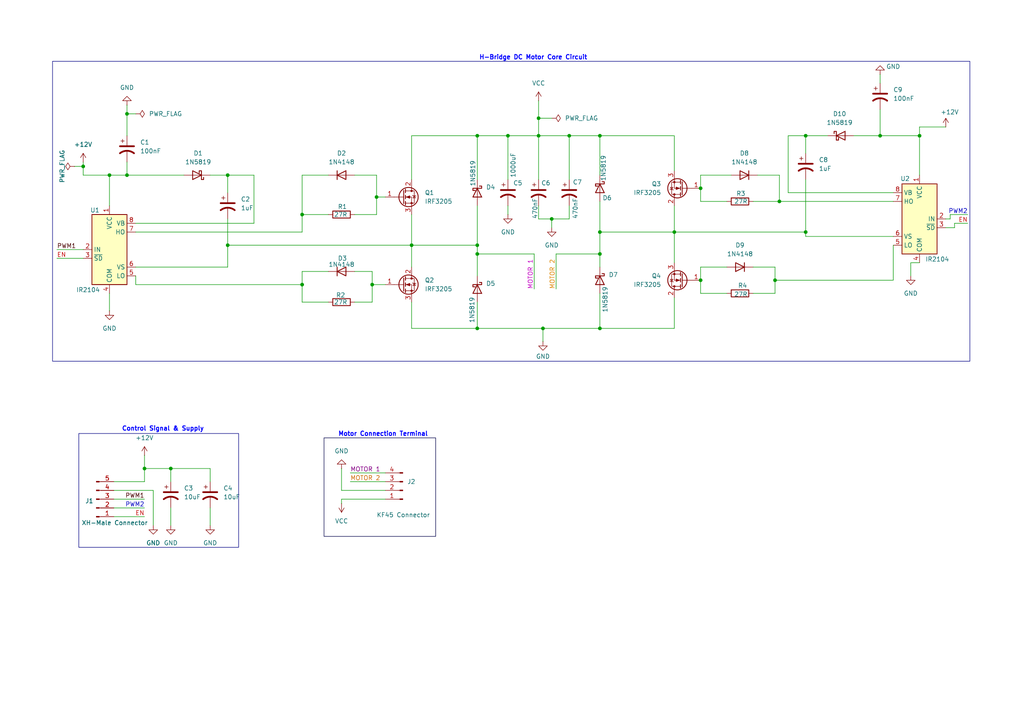
<source format=kicad_sch>
(kicad_sch
	(version 20250114)
	(generator "eeschema")
	(generator_version "9.0")
	(uuid "79f1f143-5539-4515-ac12-b9c94c30eeff")
	(paper "A4")
	(title_block
		(title "H-Bridge DC Motor Driver")
		(date "2025-04-11")
		(rev "A")
		(company " Er. Sujit Kumar")
		(comment 1 "SURE TRUST")
		(comment 2 "DCE Darbhanga")
	)
	(lib_symbols
		(symbol "Connector:Conn_01x04_Pin"
			(pin_names
				(offset 1.016)
				(hide yes)
			)
			(exclude_from_sim no)
			(in_bom yes)
			(on_board yes)
			(property "Reference" "J"
				(at 0 5.08 0)
				(effects
					(font
						(size 1.27 1.27)
					)
				)
			)
			(property "Value" "Conn_01x04_Pin"
				(at 0 -7.62 0)
				(effects
					(font
						(size 1.27 1.27)
					)
				)
			)
			(property "Footprint" ""
				(at 0 0 0)
				(effects
					(font
						(size 1.27 1.27)
					)
					(hide yes)
				)
			)
			(property "Datasheet" "~"
				(at 0 0 0)
				(effects
					(font
						(size 1.27 1.27)
					)
					(hide yes)
				)
			)
			(property "Description" "Generic connector, single row, 01x04, script generated"
				(at 0 0 0)
				(effects
					(font
						(size 1.27 1.27)
					)
					(hide yes)
				)
			)
			(property "ki_locked" ""
				(at 0 0 0)
				(effects
					(font
						(size 1.27 1.27)
					)
				)
			)
			(property "ki_keywords" "connector"
				(at 0 0 0)
				(effects
					(font
						(size 1.27 1.27)
					)
					(hide yes)
				)
			)
			(property "ki_fp_filters" "Connector*:*_1x??_*"
				(at 0 0 0)
				(effects
					(font
						(size 1.27 1.27)
					)
					(hide yes)
				)
			)
			(symbol "Conn_01x04_Pin_1_1"
				(rectangle
					(start 0.8636 2.667)
					(end 0 2.413)
					(stroke
						(width 0.1524)
						(type default)
					)
					(fill
						(type outline)
					)
				)
				(rectangle
					(start 0.8636 0.127)
					(end 0 -0.127)
					(stroke
						(width 0.1524)
						(type default)
					)
					(fill
						(type outline)
					)
				)
				(rectangle
					(start 0.8636 -2.413)
					(end 0 -2.667)
					(stroke
						(width 0.1524)
						(type default)
					)
					(fill
						(type outline)
					)
				)
				(rectangle
					(start 0.8636 -4.953)
					(end 0 -5.207)
					(stroke
						(width 0.1524)
						(type default)
					)
					(fill
						(type outline)
					)
				)
				(polyline
					(pts
						(xy 1.27 2.54) (xy 0.8636 2.54)
					)
					(stroke
						(width 0.1524)
						(type default)
					)
					(fill
						(type none)
					)
				)
				(polyline
					(pts
						(xy 1.27 0) (xy 0.8636 0)
					)
					(stroke
						(width 0.1524)
						(type default)
					)
					(fill
						(type none)
					)
				)
				(polyline
					(pts
						(xy 1.27 -2.54) (xy 0.8636 -2.54)
					)
					(stroke
						(width 0.1524)
						(type default)
					)
					(fill
						(type none)
					)
				)
				(polyline
					(pts
						(xy 1.27 -5.08) (xy 0.8636 -5.08)
					)
					(stroke
						(width 0.1524)
						(type default)
					)
					(fill
						(type none)
					)
				)
				(pin passive line
					(at 5.08 2.54 180)
					(length 3.81)
					(name "Pin_1"
						(effects
							(font
								(size 1.27 1.27)
							)
						)
					)
					(number "1"
						(effects
							(font
								(size 1.27 1.27)
							)
						)
					)
				)
				(pin passive line
					(at 5.08 0 180)
					(length 3.81)
					(name "Pin_2"
						(effects
							(font
								(size 1.27 1.27)
							)
						)
					)
					(number "2"
						(effects
							(font
								(size 1.27 1.27)
							)
						)
					)
				)
				(pin passive line
					(at 5.08 -2.54 180)
					(length 3.81)
					(name "Pin_3"
						(effects
							(font
								(size 1.27 1.27)
							)
						)
					)
					(number "3"
						(effects
							(font
								(size 1.27 1.27)
							)
						)
					)
				)
				(pin passive line
					(at 5.08 -5.08 180)
					(length 3.81)
					(name "Pin_4"
						(effects
							(font
								(size 1.27 1.27)
							)
						)
					)
					(number "4"
						(effects
							(font
								(size 1.27 1.27)
							)
						)
					)
				)
			)
			(embedded_fonts no)
		)
		(symbol "Connector:Conn_01x05_Pin"
			(pin_names
				(offset 1.016)
				(hide yes)
			)
			(exclude_from_sim no)
			(in_bom yes)
			(on_board yes)
			(property "Reference" "J"
				(at 0 7.62 0)
				(effects
					(font
						(size 1.27 1.27)
					)
				)
			)
			(property "Value" "Conn_01x05_Pin"
				(at 0 -7.62 0)
				(effects
					(font
						(size 1.27 1.27)
					)
				)
			)
			(property "Footprint" ""
				(at 0 0 0)
				(effects
					(font
						(size 1.27 1.27)
					)
					(hide yes)
				)
			)
			(property "Datasheet" "~"
				(at 0 0 0)
				(effects
					(font
						(size 1.27 1.27)
					)
					(hide yes)
				)
			)
			(property "Description" "Generic connector, single row, 01x05, script generated"
				(at 0 0 0)
				(effects
					(font
						(size 1.27 1.27)
					)
					(hide yes)
				)
			)
			(property "ki_locked" ""
				(at 0 0 0)
				(effects
					(font
						(size 1.27 1.27)
					)
				)
			)
			(property "ki_keywords" "connector"
				(at 0 0 0)
				(effects
					(font
						(size 1.27 1.27)
					)
					(hide yes)
				)
			)
			(property "ki_fp_filters" "Connector*:*_1x??_*"
				(at 0 0 0)
				(effects
					(font
						(size 1.27 1.27)
					)
					(hide yes)
				)
			)
			(symbol "Conn_01x05_Pin_1_1"
				(rectangle
					(start 0.8636 5.207)
					(end 0 4.953)
					(stroke
						(width 0.1524)
						(type default)
					)
					(fill
						(type outline)
					)
				)
				(rectangle
					(start 0.8636 2.667)
					(end 0 2.413)
					(stroke
						(width 0.1524)
						(type default)
					)
					(fill
						(type outline)
					)
				)
				(rectangle
					(start 0.8636 0.127)
					(end 0 -0.127)
					(stroke
						(width 0.1524)
						(type default)
					)
					(fill
						(type outline)
					)
				)
				(rectangle
					(start 0.8636 -2.413)
					(end 0 -2.667)
					(stroke
						(width 0.1524)
						(type default)
					)
					(fill
						(type outline)
					)
				)
				(rectangle
					(start 0.8636 -4.953)
					(end 0 -5.207)
					(stroke
						(width 0.1524)
						(type default)
					)
					(fill
						(type outline)
					)
				)
				(polyline
					(pts
						(xy 1.27 5.08) (xy 0.8636 5.08)
					)
					(stroke
						(width 0.1524)
						(type default)
					)
					(fill
						(type none)
					)
				)
				(polyline
					(pts
						(xy 1.27 2.54) (xy 0.8636 2.54)
					)
					(stroke
						(width 0.1524)
						(type default)
					)
					(fill
						(type none)
					)
				)
				(polyline
					(pts
						(xy 1.27 0) (xy 0.8636 0)
					)
					(stroke
						(width 0.1524)
						(type default)
					)
					(fill
						(type none)
					)
				)
				(polyline
					(pts
						(xy 1.27 -2.54) (xy 0.8636 -2.54)
					)
					(stroke
						(width 0.1524)
						(type default)
					)
					(fill
						(type none)
					)
				)
				(polyline
					(pts
						(xy 1.27 -5.08) (xy 0.8636 -5.08)
					)
					(stroke
						(width 0.1524)
						(type default)
					)
					(fill
						(type none)
					)
				)
				(pin passive line
					(at 5.08 5.08 180)
					(length 3.81)
					(name "Pin_1"
						(effects
							(font
								(size 1.27 1.27)
							)
						)
					)
					(number "1"
						(effects
							(font
								(size 1.27 1.27)
							)
						)
					)
				)
				(pin passive line
					(at 5.08 2.54 180)
					(length 3.81)
					(name "Pin_2"
						(effects
							(font
								(size 1.27 1.27)
							)
						)
					)
					(number "2"
						(effects
							(font
								(size 1.27 1.27)
							)
						)
					)
				)
				(pin passive line
					(at 5.08 0 180)
					(length 3.81)
					(name "Pin_3"
						(effects
							(font
								(size 1.27 1.27)
							)
						)
					)
					(number "3"
						(effects
							(font
								(size 1.27 1.27)
							)
						)
					)
				)
				(pin passive line
					(at 5.08 -2.54 180)
					(length 3.81)
					(name "Pin_4"
						(effects
							(font
								(size 1.27 1.27)
							)
						)
					)
					(number "4"
						(effects
							(font
								(size 1.27 1.27)
							)
						)
					)
				)
				(pin passive line
					(at 5.08 -5.08 180)
					(length 3.81)
					(name "Pin_5"
						(effects
							(font
								(size 1.27 1.27)
							)
						)
					)
					(number "5"
						(effects
							(font
								(size 1.27 1.27)
							)
						)
					)
				)
			)
			(embedded_fonts no)
		)
		(symbol "Device:C_Polarized_US"
			(pin_numbers
				(hide yes)
			)
			(pin_names
				(offset 0.254)
				(hide yes)
			)
			(exclude_from_sim no)
			(in_bom yes)
			(on_board yes)
			(property "Reference" "C"
				(at 0.635 2.54 0)
				(effects
					(font
						(size 1.27 1.27)
					)
					(justify left)
				)
			)
			(property "Value" "C_Polarized_US"
				(at 0.635 -2.54 0)
				(effects
					(font
						(size 1.27 1.27)
					)
					(justify left)
				)
			)
			(property "Footprint" ""
				(at 0 0 0)
				(effects
					(font
						(size 1.27 1.27)
					)
					(hide yes)
				)
			)
			(property "Datasheet" "~"
				(at 0 0 0)
				(effects
					(font
						(size 1.27 1.27)
					)
					(hide yes)
				)
			)
			(property "Description" "Polarized capacitor, US symbol"
				(at 0 0 0)
				(effects
					(font
						(size 1.27 1.27)
					)
					(hide yes)
				)
			)
			(property "ki_keywords" "cap capacitor"
				(at 0 0 0)
				(effects
					(font
						(size 1.27 1.27)
					)
					(hide yes)
				)
			)
			(property "ki_fp_filters" "CP_*"
				(at 0 0 0)
				(effects
					(font
						(size 1.27 1.27)
					)
					(hide yes)
				)
			)
			(symbol "C_Polarized_US_0_1"
				(polyline
					(pts
						(xy -2.032 0.762) (xy 2.032 0.762)
					)
					(stroke
						(width 0.508)
						(type default)
					)
					(fill
						(type none)
					)
				)
				(polyline
					(pts
						(xy -1.778 2.286) (xy -0.762 2.286)
					)
					(stroke
						(width 0)
						(type default)
					)
					(fill
						(type none)
					)
				)
				(polyline
					(pts
						(xy -1.27 1.778) (xy -1.27 2.794)
					)
					(stroke
						(width 0)
						(type default)
					)
					(fill
						(type none)
					)
				)
				(arc
					(start -2.032 -1.27)
					(mid 0 -0.5572)
					(end 2.032 -1.27)
					(stroke
						(width 0.508)
						(type default)
					)
					(fill
						(type none)
					)
				)
			)
			(symbol "C_Polarized_US_1_1"
				(pin passive line
					(at 0 3.81 270)
					(length 2.794)
					(name "~"
						(effects
							(font
								(size 1.27 1.27)
							)
						)
					)
					(number "1"
						(effects
							(font
								(size 1.27 1.27)
							)
						)
					)
				)
				(pin passive line
					(at 0 -3.81 90)
					(length 3.302)
					(name "~"
						(effects
							(font
								(size 1.27 1.27)
							)
						)
					)
					(number "2"
						(effects
							(font
								(size 1.27 1.27)
							)
						)
					)
				)
			)
			(embedded_fonts no)
		)
		(symbol "Device:R"
			(pin_numbers
				(hide yes)
			)
			(pin_names
				(offset 0)
			)
			(exclude_from_sim no)
			(in_bom yes)
			(on_board yes)
			(property "Reference" "R"
				(at 2.032 0 90)
				(effects
					(font
						(size 1.27 1.27)
					)
				)
			)
			(property "Value" "R"
				(at 0 0 90)
				(effects
					(font
						(size 1.27 1.27)
					)
				)
			)
			(property "Footprint" ""
				(at -1.778 0 90)
				(effects
					(font
						(size 1.27 1.27)
					)
					(hide yes)
				)
			)
			(property "Datasheet" "~"
				(at 0 0 0)
				(effects
					(font
						(size 1.27 1.27)
					)
					(hide yes)
				)
			)
			(property "Description" "Resistor"
				(at 0 0 0)
				(effects
					(font
						(size 1.27 1.27)
					)
					(hide yes)
				)
			)
			(property "ki_keywords" "R res resistor"
				(at 0 0 0)
				(effects
					(font
						(size 1.27 1.27)
					)
					(hide yes)
				)
			)
			(property "ki_fp_filters" "R_*"
				(at 0 0 0)
				(effects
					(font
						(size 1.27 1.27)
					)
					(hide yes)
				)
			)
			(symbol "R_0_1"
				(rectangle
					(start -1.016 -2.54)
					(end 1.016 2.54)
					(stroke
						(width 0.254)
						(type default)
					)
					(fill
						(type none)
					)
				)
			)
			(symbol "R_1_1"
				(pin passive line
					(at 0 3.81 270)
					(length 1.27)
					(name "~"
						(effects
							(font
								(size 1.27 1.27)
							)
						)
					)
					(number "1"
						(effects
							(font
								(size 1.27 1.27)
							)
						)
					)
				)
				(pin passive line
					(at 0 -3.81 90)
					(length 1.27)
					(name "~"
						(effects
							(font
								(size 1.27 1.27)
							)
						)
					)
					(number "2"
						(effects
							(font
								(size 1.27 1.27)
							)
						)
					)
				)
			)
			(embedded_fonts no)
		)
		(symbol "Diode:1N4148"
			(pin_numbers
				(hide yes)
			)
			(pin_names
				(hide yes)
			)
			(exclude_from_sim no)
			(in_bom yes)
			(on_board yes)
			(property "Reference" "D"
				(at 0 2.54 0)
				(effects
					(font
						(size 1.27 1.27)
					)
				)
			)
			(property "Value" "1N4148"
				(at 0 -2.54 0)
				(effects
					(font
						(size 1.27 1.27)
					)
				)
			)
			(property "Footprint" "Diode_THT:D_DO-35_SOD27_P7.62mm_Horizontal"
				(at 0 0 0)
				(effects
					(font
						(size 1.27 1.27)
					)
					(hide yes)
				)
			)
			(property "Datasheet" "https://assets.nexperia.com/documents/data-sheet/1N4148_1N4448.pdf"
				(at 0 0 0)
				(effects
					(font
						(size 1.27 1.27)
					)
					(hide yes)
				)
			)
			(property "Description" "100V 0.15A standard switching diode, DO-35"
				(at 0 0 0)
				(effects
					(font
						(size 1.27 1.27)
					)
					(hide yes)
				)
			)
			(property "Sim.Device" "D"
				(at 0 0 0)
				(effects
					(font
						(size 1.27 1.27)
					)
					(hide yes)
				)
			)
			(property "Sim.Pins" "1=K 2=A"
				(at 0 0 0)
				(effects
					(font
						(size 1.27 1.27)
					)
					(hide yes)
				)
			)
			(property "ki_keywords" "diode"
				(at 0 0 0)
				(effects
					(font
						(size 1.27 1.27)
					)
					(hide yes)
				)
			)
			(property "ki_fp_filters" "D*DO?35*"
				(at 0 0 0)
				(effects
					(font
						(size 1.27 1.27)
					)
					(hide yes)
				)
			)
			(symbol "1N4148_0_1"
				(polyline
					(pts
						(xy -1.27 1.27) (xy -1.27 -1.27)
					)
					(stroke
						(width 0.254)
						(type default)
					)
					(fill
						(type none)
					)
				)
				(polyline
					(pts
						(xy 1.27 1.27) (xy 1.27 -1.27) (xy -1.27 0) (xy 1.27 1.27)
					)
					(stroke
						(width 0.254)
						(type default)
					)
					(fill
						(type none)
					)
				)
				(polyline
					(pts
						(xy 1.27 0) (xy -1.27 0)
					)
					(stroke
						(width 0)
						(type default)
					)
					(fill
						(type none)
					)
				)
			)
			(symbol "1N4148_1_1"
				(pin passive line
					(at -3.81 0 0)
					(length 2.54)
					(name "K"
						(effects
							(font
								(size 1.27 1.27)
							)
						)
					)
					(number "1"
						(effects
							(font
								(size 1.27 1.27)
							)
						)
					)
				)
				(pin passive line
					(at 3.81 0 180)
					(length 2.54)
					(name "A"
						(effects
							(font
								(size 1.27 1.27)
							)
						)
					)
					(number "2"
						(effects
							(font
								(size 1.27 1.27)
							)
						)
					)
				)
			)
			(embedded_fonts no)
		)
		(symbol "Diode:1N5819"
			(pin_numbers
				(hide yes)
			)
			(pin_names
				(offset 1.016)
				(hide yes)
			)
			(exclude_from_sim no)
			(in_bom yes)
			(on_board yes)
			(property "Reference" "D"
				(at 0 2.54 0)
				(effects
					(font
						(size 1.27 1.27)
					)
				)
			)
			(property "Value" "1N5819"
				(at 0 -2.54 0)
				(effects
					(font
						(size 1.27 1.27)
					)
				)
			)
			(property "Footprint" "Diode_THT:D_DO-41_SOD81_P10.16mm_Horizontal"
				(at 0 -4.445 0)
				(effects
					(font
						(size 1.27 1.27)
					)
					(hide yes)
				)
			)
			(property "Datasheet" "http://www.vishay.com/docs/88525/1n5817.pdf"
				(at 0 0 0)
				(effects
					(font
						(size 1.27 1.27)
					)
					(hide yes)
				)
			)
			(property "Description" "40V 1A Schottky Barrier Rectifier Diode, DO-41"
				(at 0 0 0)
				(effects
					(font
						(size 1.27 1.27)
					)
					(hide yes)
				)
			)
			(property "ki_keywords" "diode Schottky"
				(at 0 0 0)
				(effects
					(font
						(size 1.27 1.27)
					)
					(hide yes)
				)
			)
			(property "ki_fp_filters" "D*DO?41*"
				(at 0 0 0)
				(effects
					(font
						(size 1.27 1.27)
					)
					(hide yes)
				)
			)
			(symbol "1N5819_0_1"
				(polyline
					(pts
						(xy -1.905 0.635) (xy -1.905 1.27) (xy -1.27 1.27) (xy -1.27 -1.27) (xy -0.635 -1.27) (xy -0.635 -0.635)
					)
					(stroke
						(width 0.254)
						(type default)
					)
					(fill
						(type none)
					)
				)
				(polyline
					(pts
						(xy 1.27 1.27) (xy 1.27 -1.27) (xy -1.27 0) (xy 1.27 1.27)
					)
					(stroke
						(width 0.254)
						(type default)
					)
					(fill
						(type none)
					)
				)
				(polyline
					(pts
						(xy 1.27 0) (xy -1.27 0)
					)
					(stroke
						(width 0)
						(type default)
					)
					(fill
						(type none)
					)
				)
			)
			(symbol "1N5819_1_1"
				(pin passive line
					(at -3.81 0 0)
					(length 2.54)
					(name "K"
						(effects
							(font
								(size 1.27 1.27)
							)
						)
					)
					(number "1"
						(effects
							(font
								(size 1.27 1.27)
							)
						)
					)
				)
				(pin passive line
					(at 3.81 0 180)
					(length 2.54)
					(name "A"
						(effects
							(font
								(size 1.27 1.27)
							)
						)
					)
					(number "2"
						(effects
							(font
								(size 1.27 1.27)
							)
						)
					)
				)
			)
			(embedded_fonts no)
		)
		(symbol "Driver_FET:IR2104"
			(exclude_from_sim no)
			(in_bom yes)
			(on_board yes)
			(property "Reference" "U"
				(at 1.27 13.335 0)
				(effects
					(font
						(size 1.27 1.27)
					)
					(justify left)
				)
			)
			(property "Value" "IR2104"
				(at 1.27 11.43 0)
				(effects
					(font
						(size 1.27 1.27)
					)
					(justify left)
				)
			)
			(property "Footprint" ""
				(at 0 0 0)
				(effects
					(font
						(size 1.27 1.27)
						(italic yes)
					)
					(hide yes)
				)
			)
			(property "Datasheet" "https://www.infineon.com/dgdl/ir2104.pdf?fileId=5546d462533600a4015355c7c1c31671"
				(at 0 0 0)
				(effects
					(font
						(size 1.27 1.27)
					)
					(hide yes)
				)
			)
			(property "Description" "Half-Bridge Driver, 600V, 210/360mA, PDIP-8/SOIC-8"
				(at 0 0 0)
				(effects
					(font
						(size 1.27 1.27)
					)
					(hide yes)
				)
			)
			(property "ki_keywords" "Gate Driver"
				(at 0 0 0)
				(effects
					(font
						(size 1.27 1.27)
					)
					(hide yes)
				)
			)
			(property "ki_fp_filters" "SOIC*3.9x4.9mm*P1.27mm* DIP*W7.62mm*"
				(at 0 0 0)
				(effects
					(font
						(size 1.27 1.27)
					)
					(hide yes)
				)
			)
			(symbol "IR2104_0_1"
				(rectangle
					(start -5.08 -10.16)
					(end 5.08 10.16)
					(stroke
						(width 0.254)
						(type default)
					)
					(fill
						(type background)
					)
				)
			)
			(symbol "IR2104_1_1"
				(pin input line
					(at -7.62 0 0)
					(length 2.54)
					(name "IN"
						(effects
							(font
								(size 1.27 1.27)
							)
						)
					)
					(number "2"
						(effects
							(font
								(size 1.27 1.27)
							)
						)
					)
				)
				(pin input line
					(at -7.62 -2.54 0)
					(length 2.54)
					(name "~{SD}"
						(effects
							(font
								(size 1.27 1.27)
							)
						)
					)
					(number "3"
						(effects
							(font
								(size 1.27 1.27)
							)
						)
					)
				)
				(pin power_in line
					(at 0 12.7 270)
					(length 2.54)
					(name "VCC"
						(effects
							(font
								(size 1.27 1.27)
							)
						)
					)
					(number "1"
						(effects
							(font
								(size 1.27 1.27)
							)
						)
					)
				)
				(pin power_in line
					(at 0 -12.7 90)
					(length 2.54)
					(name "COM"
						(effects
							(font
								(size 1.27 1.27)
							)
						)
					)
					(number "4"
						(effects
							(font
								(size 1.27 1.27)
							)
						)
					)
				)
				(pin passive line
					(at 7.62 7.62 180)
					(length 2.54)
					(name "VB"
						(effects
							(font
								(size 1.27 1.27)
							)
						)
					)
					(number "8"
						(effects
							(font
								(size 1.27 1.27)
							)
						)
					)
				)
				(pin output line
					(at 7.62 5.08 180)
					(length 2.54)
					(name "HO"
						(effects
							(font
								(size 1.27 1.27)
							)
						)
					)
					(number "7"
						(effects
							(font
								(size 1.27 1.27)
							)
						)
					)
				)
				(pin passive line
					(at 7.62 -5.08 180)
					(length 2.54)
					(name "VS"
						(effects
							(font
								(size 1.27 1.27)
							)
						)
					)
					(number "6"
						(effects
							(font
								(size 1.27 1.27)
							)
						)
					)
				)
				(pin output line
					(at 7.62 -7.62 180)
					(length 2.54)
					(name "LO"
						(effects
							(font
								(size 1.27 1.27)
							)
						)
					)
					(number "5"
						(effects
							(font
								(size 1.27 1.27)
							)
						)
					)
				)
			)
			(embedded_fonts no)
		)
		(symbol "Transistor_FET:IRF3205"
			(pin_names
				(hide yes)
			)
			(exclude_from_sim no)
			(in_bom yes)
			(on_board yes)
			(property "Reference" "Q"
				(at 5.08 1.905 0)
				(effects
					(font
						(size 1.27 1.27)
					)
					(justify left)
				)
			)
			(property "Value" "IRF3205"
				(at 5.08 0 0)
				(effects
					(font
						(size 1.27 1.27)
					)
					(justify left)
				)
			)
			(property "Footprint" "Package_TO_SOT_THT:TO-220-3_Vertical"
				(at 5.08 -1.905 0)
				(effects
					(font
						(size 1.27 1.27)
						(italic yes)
					)
					(justify left)
					(hide yes)
				)
			)
			(property "Datasheet" "http://www.irf.com/product-info/datasheets/data/irf3205.pdf"
				(at 5.08 -3.81 0)
				(effects
					(font
						(size 1.27 1.27)
					)
					(justify left)
					(hide yes)
				)
			)
			(property "Description" "110A Id, 55V Vds, Single N-Channel HEXFET Power MOSFET, 8mOhm Ron, TO-220AB"
				(at 0 0 0)
				(effects
					(font
						(size 1.27 1.27)
					)
					(hide yes)
				)
			)
			(property "ki_keywords" "Single N-Channel HEXFET Power MOSFET"
				(at 0 0 0)
				(effects
					(font
						(size 1.27 1.27)
					)
					(hide yes)
				)
			)
			(property "ki_fp_filters" "TO?220*"
				(at 0 0 0)
				(effects
					(font
						(size 1.27 1.27)
					)
					(hide yes)
				)
			)
			(symbol "IRF3205_0_1"
				(polyline
					(pts
						(xy 0.254 1.905) (xy 0.254 -1.905)
					)
					(stroke
						(width 0.254)
						(type default)
					)
					(fill
						(type none)
					)
				)
				(polyline
					(pts
						(xy 0.254 0) (xy -2.54 0)
					)
					(stroke
						(width 0)
						(type default)
					)
					(fill
						(type none)
					)
				)
				(polyline
					(pts
						(xy 0.762 2.286) (xy 0.762 1.27)
					)
					(stroke
						(width 0.254)
						(type default)
					)
					(fill
						(type none)
					)
				)
				(polyline
					(pts
						(xy 0.762 0.508) (xy 0.762 -0.508)
					)
					(stroke
						(width 0.254)
						(type default)
					)
					(fill
						(type none)
					)
				)
				(polyline
					(pts
						(xy 0.762 -1.27) (xy 0.762 -2.286)
					)
					(stroke
						(width 0.254)
						(type default)
					)
					(fill
						(type none)
					)
				)
				(polyline
					(pts
						(xy 0.762 -1.778) (xy 3.302 -1.778) (xy 3.302 1.778) (xy 0.762 1.778)
					)
					(stroke
						(width 0)
						(type default)
					)
					(fill
						(type none)
					)
				)
				(polyline
					(pts
						(xy 1.016 0) (xy 2.032 0.381) (xy 2.032 -0.381) (xy 1.016 0)
					)
					(stroke
						(width 0)
						(type default)
					)
					(fill
						(type outline)
					)
				)
				(circle
					(center 1.651 0)
					(radius 2.794)
					(stroke
						(width 0.254)
						(type default)
					)
					(fill
						(type none)
					)
				)
				(polyline
					(pts
						(xy 2.54 2.54) (xy 2.54 1.778)
					)
					(stroke
						(width 0)
						(type default)
					)
					(fill
						(type none)
					)
				)
				(circle
					(center 2.54 1.778)
					(radius 0.254)
					(stroke
						(width 0)
						(type default)
					)
					(fill
						(type outline)
					)
				)
				(circle
					(center 2.54 -1.778)
					(radius 0.254)
					(stroke
						(width 0)
						(type default)
					)
					(fill
						(type outline)
					)
				)
				(polyline
					(pts
						(xy 2.54 -2.54) (xy 2.54 0) (xy 0.762 0)
					)
					(stroke
						(width 0)
						(type default)
					)
					(fill
						(type none)
					)
				)
				(polyline
					(pts
						(xy 2.794 0.508) (xy 2.921 0.381) (xy 3.683 0.381) (xy 3.81 0.254)
					)
					(stroke
						(width 0)
						(type default)
					)
					(fill
						(type none)
					)
				)
				(polyline
					(pts
						(xy 3.302 0.381) (xy 2.921 -0.254) (xy 3.683 -0.254) (xy 3.302 0.381)
					)
					(stroke
						(width 0)
						(type default)
					)
					(fill
						(type none)
					)
				)
			)
			(symbol "IRF3205_1_1"
				(pin input line
					(at -5.08 0 0)
					(length 2.54)
					(name "G"
						(effects
							(font
								(size 1.27 1.27)
							)
						)
					)
					(number "1"
						(effects
							(font
								(size 1.27 1.27)
							)
						)
					)
				)
				(pin passive line
					(at 2.54 5.08 270)
					(length 2.54)
					(name "D"
						(effects
							(font
								(size 1.27 1.27)
							)
						)
					)
					(number "2"
						(effects
							(font
								(size 1.27 1.27)
							)
						)
					)
				)
				(pin passive line
					(at 2.54 -5.08 90)
					(length 2.54)
					(name "S"
						(effects
							(font
								(size 1.27 1.27)
							)
						)
					)
					(number "3"
						(effects
							(font
								(size 1.27 1.27)
							)
						)
					)
				)
			)
			(embedded_fonts no)
		)
		(symbol "power:GND"
			(power)
			(pin_numbers
				(hide yes)
			)
			(pin_names
				(offset 0)
				(hide yes)
			)
			(exclude_from_sim no)
			(in_bom yes)
			(on_board yes)
			(property "Reference" "#PWR"
				(at 0 -6.35 0)
				(effects
					(font
						(size 1.27 1.27)
					)
					(hide yes)
				)
			)
			(property "Value" "GND"
				(at 0 -3.81 0)
				(effects
					(font
						(size 1.27 1.27)
					)
				)
			)
			(property "Footprint" ""
				(at 0 0 0)
				(effects
					(font
						(size 1.27 1.27)
					)
					(hide yes)
				)
			)
			(property "Datasheet" ""
				(at 0 0 0)
				(effects
					(font
						(size 1.27 1.27)
					)
					(hide yes)
				)
			)
			(property "Description" "Power symbol creates a global label with name \"GND\" , ground"
				(at 0 0 0)
				(effects
					(font
						(size 1.27 1.27)
					)
					(hide yes)
				)
			)
			(property "ki_keywords" "global power"
				(at 0 0 0)
				(effects
					(font
						(size 1.27 1.27)
					)
					(hide yes)
				)
			)
			(symbol "GND_0_1"
				(polyline
					(pts
						(xy 0 0) (xy 0 -1.27) (xy 1.27 -1.27) (xy 0 -2.54) (xy -1.27 -1.27) (xy 0 -1.27)
					)
					(stroke
						(width 0)
						(type default)
					)
					(fill
						(type none)
					)
				)
			)
			(symbol "GND_1_1"
				(pin power_in line
					(at 0 0 270)
					(length 0)
					(name "~"
						(effects
							(font
								(size 1.27 1.27)
							)
						)
					)
					(number "1"
						(effects
							(font
								(size 1.27 1.27)
							)
						)
					)
				)
			)
			(embedded_fonts no)
		)
		(symbol "power:PWR_FLAG"
			(power)
			(pin_numbers
				(hide yes)
			)
			(pin_names
				(offset 0)
				(hide yes)
			)
			(exclude_from_sim no)
			(in_bom yes)
			(on_board yes)
			(property "Reference" "#FLG"
				(at 0 1.905 0)
				(effects
					(font
						(size 1.27 1.27)
					)
					(hide yes)
				)
			)
			(property "Value" "PWR_FLAG"
				(at 0 3.81 0)
				(effects
					(font
						(size 1.27 1.27)
					)
				)
			)
			(property "Footprint" ""
				(at 0 0 0)
				(effects
					(font
						(size 1.27 1.27)
					)
					(hide yes)
				)
			)
			(property "Datasheet" "~"
				(at 0 0 0)
				(effects
					(font
						(size 1.27 1.27)
					)
					(hide yes)
				)
			)
			(property "Description" "Special symbol for telling ERC where power comes from"
				(at 0 0 0)
				(effects
					(font
						(size 1.27 1.27)
					)
					(hide yes)
				)
			)
			(property "ki_keywords" "flag power"
				(at 0 0 0)
				(effects
					(font
						(size 1.27 1.27)
					)
					(hide yes)
				)
			)
			(symbol "PWR_FLAG_0_0"
				(pin power_out line
					(at 0 0 90)
					(length 0)
					(name "~"
						(effects
							(font
								(size 1.27 1.27)
							)
						)
					)
					(number "1"
						(effects
							(font
								(size 1.27 1.27)
							)
						)
					)
				)
			)
			(symbol "PWR_FLAG_0_1"
				(polyline
					(pts
						(xy 0 0) (xy 0 1.27) (xy -1.016 1.905) (xy 0 2.54) (xy 1.016 1.905) (xy 0 1.27)
					)
					(stroke
						(width 0)
						(type default)
					)
					(fill
						(type none)
					)
				)
			)
			(embedded_fonts no)
		)
		(symbol "power:VCC"
			(power)
			(pin_numbers
				(hide yes)
			)
			(pin_names
				(offset 0)
				(hide yes)
			)
			(exclude_from_sim no)
			(in_bom yes)
			(on_board yes)
			(property "Reference" "#PWR"
				(at 0 -3.81 0)
				(effects
					(font
						(size 1.27 1.27)
					)
					(hide yes)
				)
			)
			(property "Value" "VCC"
				(at 0 3.556 0)
				(effects
					(font
						(size 1.27 1.27)
					)
				)
			)
			(property "Footprint" ""
				(at 0 0 0)
				(effects
					(font
						(size 1.27 1.27)
					)
					(hide yes)
				)
			)
			(property "Datasheet" ""
				(at 0 0 0)
				(effects
					(font
						(size 1.27 1.27)
					)
					(hide yes)
				)
			)
			(property "Description" "Power symbol creates a global label with name \"VCC\""
				(at 0 0 0)
				(effects
					(font
						(size 1.27 1.27)
					)
					(hide yes)
				)
			)
			(property "ki_keywords" "global power"
				(at 0 0 0)
				(effects
					(font
						(size 1.27 1.27)
					)
					(hide yes)
				)
			)
			(symbol "VCC_0_1"
				(polyline
					(pts
						(xy -0.762 1.27) (xy 0 2.54)
					)
					(stroke
						(width 0)
						(type default)
					)
					(fill
						(type none)
					)
				)
				(polyline
					(pts
						(xy 0 2.54) (xy 0.762 1.27)
					)
					(stroke
						(width 0)
						(type default)
					)
					(fill
						(type none)
					)
				)
				(polyline
					(pts
						(xy 0 0) (xy 0 2.54)
					)
					(stroke
						(width 0)
						(type default)
					)
					(fill
						(type none)
					)
				)
			)
			(symbol "VCC_1_1"
				(pin power_in line
					(at 0 0 90)
					(length 0)
					(name "~"
						(effects
							(font
								(size 1.27 1.27)
							)
						)
					)
					(number "1"
						(effects
							(font
								(size 1.27 1.27)
							)
						)
					)
				)
			)
			(embedded_fonts no)
		)
	)
	(rectangle
		(start 93.98 127)
		(end 126.365 155.575)
		(stroke
			(width 0)
			(type solid)
			(color 0 0 72 1)
		)
		(fill
			(type none)
		)
		(uuid 3aa065db-c8f6-4628-9cfc-3e6aecfa8fc1)
	)
	(rectangle
		(start 15.24 17.78)
		(end 281.305 104.775)
		(stroke
			(width 0)
			(type solid)
			(color 0 0 132 1)
		)
		(fill
			(type none)
		)
		(uuid 63c3e3f6-38f3-4856-820b-a5b8dd7f9fcf)
	)
	(rectangle
		(start 22.86 125.73)
		(end 69.215 158.75)
		(stroke
			(width 0)
			(type solid)
			(color 0 0 132 1)
		)
		(fill
			(type none)
		)
		(uuid ccaec14e-4660-46df-8601-f06bea5b4b46)
	)
	(text "H-Bridge DC Motor Core Circuit"
		(exclude_from_sim no)
		(at 138.938 16.764 0)
		(effects
			(font
				(face "KiCad Font")
				(size 1.27 1.27)
				(thickness 0.254)
				(bold yes)
				(color 0 0 255 1)
			)
			(justify left)
		)
		(uuid "04ea7c0e-2123-4e90-b81b-cc0c1c8354f8")
	)
	(text "Motor Connection Terminal"
		(exclude_from_sim no)
		(at 98.044 125.984 0)
		(effects
			(font
				(face "KiCad Font")
				(size 1.27 1.27)
				(thickness 0.254)
				(bold yes)
				(color 0 0 255 1)
			)
			(justify left)
		)
		(uuid "11f37d57-0085-428a-bb3e-47e367db6808")
	)
	(text "Control Signal & Supply"
		(exclude_from_sim no)
		(at 35.306 124.46 0)
		(effects
			(font
				(face "KiCad Font")
				(size 1.27 1.27)
				(thickness 0.254)
				(bold yes)
				(color 0 0 255 1)
			)
			(justify left)
		)
		(uuid "e6020618-af5c-4ef7-b8a3-df9611574bf9")
	)
	(junction
		(at 66.04 50.8)
		(diameter 0)
		(color 0 0 0 0)
		(uuid "00c10699-1191-4ad0-b260-329469b58ee8")
	)
	(junction
		(at 203.2 54.61)
		(diameter 0)
		(color 0 0 0 0)
		(uuid "01ed3e1b-b5de-40c7-ab27-cf84cc65cfaa")
	)
	(junction
		(at 195.58 67.31)
		(diameter 0)
		(color 0 0 0 0)
		(uuid "0b375ee8-badb-4d45-9784-0ea7a85836ee")
	)
	(junction
		(at 138.43 73.66)
		(diameter 0)
		(color 0 0 0 0)
		(uuid "15b50632-9371-449a-aad8-0c141ff58412")
	)
	(junction
		(at 226.06 58.42)
		(diameter 0)
		(color 0 0 0 0)
		(uuid "1eee5f6d-fac6-495c-8997-7cd5615f6dac")
	)
	(junction
		(at 107.95 82.55)
		(diameter 0)
		(color 0 0 0 0)
		(uuid "260cee24-21f3-47eb-b367-132a31472cf4")
	)
	(junction
		(at 203.2 81.28)
		(diameter 0)
		(color 0 0 0 0)
		(uuid "2ab320e0-db39-4901-aeb6-7370936e5fb2")
	)
	(junction
		(at 165.1 39.37)
		(diameter 0)
		(color 0 0 0 0)
		(uuid "32cd321a-1efa-46b9-b32a-195ef6cb347c")
	)
	(junction
		(at 266.7 39.37)
		(diameter 0)
		(color 0 0 0 0)
		(uuid "35161b28-b85e-47cd-a4d2-e67c3814c3c8")
	)
	(junction
		(at 173.99 39.37)
		(diameter 0)
		(color 0 0 0 0)
		(uuid "389e8c24-f04d-4147-b8be-bc292e847280")
	)
	(junction
		(at 156.21 34.29)
		(diameter 0)
		(color 0 0 0 0)
		(uuid "437e125c-dd4f-4249-8bf5-96fb4ddd989e")
	)
	(junction
		(at 173.99 73.66)
		(diameter 0)
		(color 0 0 0 0)
		(uuid "46a085e0-7e2e-4ee7-b16f-4d50d17a9af0")
	)
	(junction
		(at 233.68 39.37)
		(diameter 0)
		(color 0 0 0 0)
		(uuid "4f9d2b8a-4c88-4b19-b778-d0a647d3f989")
	)
	(junction
		(at 138.43 71.12)
		(diameter 0)
		(color 0 0 0 0)
		(uuid "5151850d-e13f-4824-83ea-83d8ec6f4be9")
	)
	(junction
		(at 119.38 71.12)
		(diameter 0)
		(color 0 0 0 0)
		(uuid "54d905a9-0098-4ae0-b4f3-77c9fedc36c4")
	)
	(junction
		(at 147.32 39.37)
		(diameter 0)
		(color 0 0 0 0)
		(uuid "56629f46-f605-4ece-a0cf-2fb46f04f380")
	)
	(junction
		(at 157.48 95.25)
		(diameter 0)
		(color 0 0 0 0)
		(uuid "5ea98d34-ef2f-434d-b783-8cb7804c9700")
	)
	(junction
		(at 49.53 135.89)
		(diameter 0)
		(color 0 0 0 0)
		(uuid "6aaf47a3-00c6-44a9-ab45-db385688e178")
	)
	(junction
		(at 66.04 71.12)
		(diameter 0)
		(color 0 0 0 0)
		(uuid "6c45849c-9d8b-42f0-a2d7-9af8a8a72a15")
	)
	(junction
		(at 36.83 33.02)
		(diameter 0)
		(color 0 0 0 0)
		(uuid "7562c841-f3c6-485c-ac40-2b2596ee6a20")
	)
	(junction
		(at 87.63 62.23)
		(diameter 0)
		(color 0 0 0 0)
		(uuid "78fd17ac-5eeb-4168-912d-a88ca697a891")
	)
	(junction
		(at 173.99 67.31)
		(diameter 0)
		(color 0 0 0 0)
		(uuid "81314a93-c5ae-47fe-b640-9bf992485220")
	)
	(junction
		(at 36.83 50.8)
		(diameter 0)
		(color 0 0 0 0)
		(uuid "81baf647-07ac-47a3-9dbb-d360424db48f")
	)
	(junction
		(at 233.68 67.31)
		(diameter 0)
		(color 0 0 0 0)
		(uuid "89d837b2-06cf-4fb4-b7c0-d20be45dac8b")
	)
	(junction
		(at 31.75 50.8)
		(diameter 0)
		(color 0 0 0 0)
		(uuid "8f76c83a-ed19-4592-8486-26e9e91faf2a")
	)
	(junction
		(at 109.22 57.15)
		(diameter 0)
		(color 0 0 0 0)
		(uuid "960fd55a-4a91-4164-9721-c2cd3e26831c")
	)
	(junction
		(at 224.79 81.28)
		(diameter 0)
		(color 0 0 0 0)
		(uuid "99191419-a4b7-470c-851c-c8ca89236083")
	)
	(junction
		(at 255.27 39.37)
		(diameter 0)
		(color 0 0 0 0)
		(uuid "b20253a5-97a3-4040-b055-ea248aa00435")
	)
	(junction
		(at 87.63 82.55)
		(diameter 0)
		(color 0 0 0 0)
		(uuid "b7cd8b0a-269c-4509-aeb1-5058f1c33fae")
	)
	(junction
		(at 138.43 95.25)
		(diameter 0)
		(color 0 0 0 0)
		(uuid "bcfe84e9-338b-4a67-88c1-d461fd7f15da")
	)
	(junction
		(at 41.91 135.89)
		(diameter 0)
		(color 0 0 0 0)
		(uuid "c11f9171-1bd1-49eb-aa0b-45f48254792a")
	)
	(junction
		(at 156.21 39.37)
		(diameter 0)
		(color 0 0 0 0)
		(uuid "dae90a75-08f3-4be7-bb6a-49a3ba28681d")
	)
	(junction
		(at 24.13 48.26)
		(diameter 0)
		(color 0 0 0 0)
		(uuid "e8264e67-c229-4de7-8588-496e1cfee023")
	)
	(junction
		(at 173.99 95.25)
		(diameter 0)
		(color 0 0 0 0)
		(uuid "eae57b30-7535-4409-9e6d-57cd85751511")
	)
	(junction
		(at 138.43 39.37)
		(diameter 0)
		(color 0 0 0 0)
		(uuid "f33ffe1c-9afd-4862-b2cb-90a880554b0b")
	)
	(junction
		(at 160.02 63.5)
		(diameter 0)
		(color 0 0 0 0)
		(uuid "fc502407-f6d5-402e-8c21-2e5ed20b57ec")
	)
	(wire
		(pts
			(xy 219.71 50.8) (xy 226.06 50.8)
		)
		(stroke
			(width 0)
			(type default)
		)
		(uuid "01c7f0ae-c67b-49c7-bd50-3f544598b2e9")
	)
	(wire
		(pts
			(xy 60.96 50.8) (xy 66.04 50.8)
		)
		(stroke
			(width 0)
			(type default)
		)
		(uuid "020803e0-e13b-47b0-85dc-7f48d9578665")
	)
	(wire
		(pts
			(xy 73.66 50.8) (xy 66.04 50.8)
		)
		(stroke
			(width 0)
			(type default)
		)
		(uuid "02184bdb-4c59-4a13-b071-ac87192a0b48")
	)
	(wire
		(pts
			(xy 203.2 50.8) (xy 203.2 54.61)
		)
		(stroke
			(width 0)
			(type default)
		)
		(uuid "0be7d040-a0fd-4610-8fff-a3824e86b457")
	)
	(wire
		(pts
			(xy 33.02 142.24) (xy 44.45 142.24)
		)
		(stroke
			(width 0)
			(type default)
		)
		(uuid "0e1ffe8e-0f07-4db7-9d17-d8b105e954ac")
	)
	(wire
		(pts
			(xy 195.58 67.31) (xy 195.58 76.2)
		)
		(stroke
			(width 0)
			(type default)
		)
		(uuid "10265f2d-94ee-4f3c-a6e7-cfa6a47d19be")
	)
	(wire
		(pts
			(xy 233.68 39.37) (xy 240.03 39.37)
		)
		(stroke
			(width 0)
			(type default)
		)
		(uuid "10425804-f79d-4e0e-8672-44e144ebf2e4")
	)
	(wire
		(pts
			(xy 24.13 46.99) (xy 24.13 48.26)
		)
		(stroke
			(width 0)
			(type default)
		)
		(uuid "1273f197-a505-4ef7-84a1-f7bc2f37f20c")
	)
	(wire
		(pts
			(xy 138.43 39.37) (xy 147.32 39.37)
		)
		(stroke
			(width 0)
			(type default)
		)
		(uuid "16f4ca13-43ac-4910-a182-0fe1daefd649")
	)
	(wire
		(pts
			(xy 138.43 87.63) (xy 138.43 95.25)
		)
		(stroke
			(width 0)
			(type default)
		)
		(uuid "17e1665e-1ea9-42ee-9d11-8adaf314c113")
	)
	(wire
		(pts
			(xy 226.06 58.42) (xy 259.08 58.42)
		)
		(stroke
			(width 0)
			(type default)
		)
		(uuid "19111283-8982-4821-bd6f-79aa70c6358a")
	)
	(wire
		(pts
			(xy 173.99 39.37) (xy 173.99 50.8)
		)
		(stroke
			(width 0)
			(type default)
		)
		(uuid "1aeb8e99-efad-45f8-91b5-3474c096d760")
	)
	(wire
		(pts
			(xy 233.68 68.58) (xy 233.68 67.31)
		)
		(stroke
			(width 0)
			(type default)
		)
		(uuid "1c48246e-5477-464e-ac9c-44eec4a99cc2")
	)
	(wire
		(pts
			(xy 233.68 52.07) (xy 233.68 67.31)
		)
		(stroke
			(width 0)
			(type default)
		)
		(uuid "2140859d-0932-4ed6-8ca4-d4d32d2c5862")
	)
	(wire
		(pts
			(xy 138.43 73.66) (xy 154.94 73.66)
		)
		(stroke
			(width 0)
			(type default)
		)
		(uuid "22f15f37-490a-4fe9-95d7-ee5d61569a83")
	)
	(wire
		(pts
			(xy 36.83 50.8) (xy 31.75 50.8)
		)
		(stroke
			(width 0)
			(type default)
		)
		(uuid "24968158-2fe6-403b-bc81-a175a0255205")
	)
	(wire
		(pts
			(xy 49.53 135.89) (xy 60.96 135.89)
		)
		(stroke
			(width 0)
			(type default)
		)
		(uuid "2624ed19-1e07-482a-b5d9-62c48dcd7456")
	)
	(wire
		(pts
			(xy 173.99 95.25) (xy 195.58 95.25)
		)
		(stroke
			(width 0)
			(type default)
		)
		(uuid "2682f273-8fc7-4ec6-8105-d0e8b091dd4d")
	)
	(wire
		(pts
			(xy 111.76 144.78) (xy 99.06 144.78)
		)
		(stroke
			(width 0)
			(type default)
		)
		(uuid "287dc09c-1f11-4b4f-ba9a-1ba4bfb7979d")
	)
	(wire
		(pts
			(xy 102.87 50.8) (xy 109.22 50.8)
		)
		(stroke
			(width 0)
			(type default)
		)
		(uuid "28f0e6e8-42f4-45b3-b239-f273dd77503a")
	)
	(wire
		(pts
			(xy 195.58 39.37) (xy 195.58 49.53)
		)
		(stroke
			(width 0)
			(type default)
		)
		(uuid "29b1d137-98a9-4045-b020-8f12292abb2f")
	)
	(wire
		(pts
			(xy 203.2 81.28) (xy 203.2 77.47)
		)
		(stroke
			(width 0)
			(type default)
		)
		(uuid "2ad3b07e-cddf-478e-8721-5720dbc16f9e")
	)
	(wire
		(pts
			(xy 255.27 39.37) (xy 266.7 39.37)
		)
		(stroke
			(width 0)
			(type default)
		)
		(uuid "2deb0ca9-18f5-4e50-aac0-8686c2eeff52")
	)
	(wire
		(pts
			(xy 276.86 64.77) (xy 280.67 64.77)
		)
		(stroke
			(width 0)
			(type default)
		)
		(uuid "2e5c3e0c-0dfd-4e80-9177-89280f4e5d48")
	)
	(wire
		(pts
			(xy 107.95 78.74) (xy 107.95 82.55)
		)
		(stroke
			(width 0)
			(type default)
		)
		(uuid "3049d279-1db9-4b77-8982-5a93f7fd6c4d")
	)
	(wire
		(pts
			(xy 41.91 135.89) (xy 49.53 135.89)
		)
		(stroke
			(width 0)
			(type default)
		)
		(uuid "30856ad1-6c6d-454f-8654-b9121e7245c8")
	)
	(wire
		(pts
			(xy 39.37 82.55) (xy 87.63 82.55)
		)
		(stroke
			(width 0)
			(type default)
		)
		(uuid "31ef911f-03f3-4840-b976-76e410ac6dde")
	)
	(wire
		(pts
			(xy 173.99 67.31) (xy 173.99 73.66)
		)
		(stroke
			(width 0)
			(type default)
		)
		(uuid "32ac91eb-a4ad-4ab0-b400-06b806580497")
	)
	(wire
		(pts
			(xy 87.63 62.23) (xy 95.25 62.23)
		)
		(stroke
			(width 0)
			(type default)
		)
		(uuid "33061330-65fd-466a-a785-ee92d507608b")
	)
	(wire
		(pts
			(xy 195.58 95.25) (xy 195.58 86.36)
		)
		(stroke
			(width 0)
			(type default)
		)
		(uuid "3379db35-8a02-4958-be02-a1972543d12e")
	)
	(wire
		(pts
			(xy 36.83 30.48) (xy 36.83 33.02)
		)
		(stroke
			(width 0)
			(type default)
		)
		(uuid "35a79d94-fb69-4474-b5e0-bb4c7d3b03ad")
	)
	(wire
		(pts
			(xy 138.43 95.25) (xy 157.48 95.25)
		)
		(stroke
			(width 0)
			(type default)
		)
		(uuid "35c6737d-0ebc-4826-b2cf-df96fc2b37db")
	)
	(wire
		(pts
			(xy 33.02 139.7) (xy 41.91 139.7)
		)
		(stroke
			(width 0)
			(type default)
		)
		(uuid "3655f7ce-ee4f-4f13-8f6e-95f761abf761")
	)
	(wire
		(pts
			(xy 160.02 63.5) (xy 165.1 63.5)
		)
		(stroke
			(width 0)
			(type default)
		)
		(uuid "38e5e26f-63b0-482a-b47a-b71e8004ae0d")
	)
	(wire
		(pts
			(xy 36.83 33.02) (xy 39.37 33.02)
		)
		(stroke
			(width 0)
			(type default)
		)
		(uuid "399326f1-ea74-4f8a-a0f8-92d0040c062c")
	)
	(wire
		(pts
			(xy 138.43 73.66) (xy 138.43 80.01)
		)
		(stroke
			(width 0)
			(type default)
		)
		(uuid "3c911e11-3ffb-46e9-8185-6e4e29a7f5bc")
	)
	(wire
		(pts
			(xy 156.21 59.69) (xy 156.21 63.5)
		)
		(stroke
			(width 0)
			(type default)
		)
		(uuid "3d926db7-eab7-4081-9b64-2d81ffaba72f")
	)
	(wire
		(pts
			(xy 138.43 59.69) (xy 138.43 71.12)
		)
		(stroke
			(width 0)
			(type default)
		)
		(uuid "4346b552-7e85-4de1-ae31-f5f4edf48e97")
	)
	(wire
		(pts
			(xy 233.68 68.58) (xy 259.08 68.58)
		)
		(stroke
			(width 0)
			(type default)
		)
		(uuid "4586e926-dc04-4abb-aa09-8a812cf5939e")
	)
	(wire
		(pts
			(xy 195.58 59.69) (xy 195.58 67.31)
		)
		(stroke
			(width 0)
			(type default)
		)
		(uuid "49e38f94-bbd7-407e-aeca-a1d1b5259876")
	)
	(wire
		(pts
			(xy 41.91 135.89) (xy 41.91 139.7)
		)
		(stroke
			(width 0)
			(type default)
		)
		(uuid "4c5be11c-ebf9-4ce5-9cb2-026733f438ee")
	)
	(wire
		(pts
			(xy 156.21 29.21) (xy 156.21 34.29)
		)
		(stroke
			(width 0)
			(type default)
		)
		(uuid "4c794d24-dc8a-4029-b58f-bff36486d0cc")
	)
	(wire
		(pts
			(xy 161.29 73.66) (xy 173.99 73.66)
		)
		(stroke
			(width 0)
			(type default)
		)
		(uuid "4cc54c74-8683-43d5-ad15-d1df57653ce2")
	)
	(wire
		(pts
			(xy 49.53 147.32) (xy 49.53 152.4)
		)
		(stroke
			(width 0)
			(type default)
		)
		(uuid "4de50aa5-345b-489f-9e8c-303449d0a0c2")
	)
	(wire
		(pts
			(xy 275.59 62.23) (xy 280.67 62.23)
		)
		(stroke
			(width 0)
			(type default)
		)
		(uuid "4f71a6fc-0bcb-4cb2-9ba3-859cd009b498")
	)
	(wire
		(pts
			(xy 161.29 73.66) (xy 161.29 83.82)
		)
		(stroke
			(width 0)
			(type default)
		)
		(uuid "512fd31f-18f7-4369-b8d0-1dfda914d353")
	)
	(wire
		(pts
			(xy 157.48 95.25) (xy 157.48 99.06)
		)
		(stroke
			(width 0)
			(type default)
		)
		(uuid "53a4db72-3851-4e21-8d7a-6239adad42e8")
	)
	(wire
		(pts
			(xy 203.2 50.8) (xy 212.09 50.8)
		)
		(stroke
			(width 0)
			(type default)
		)
		(uuid "5465d7ef-6d7f-4220-a99d-847c8bd6dc81")
	)
	(wire
		(pts
			(xy 228.6 39.37) (xy 233.68 39.37)
		)
		(stroke
			(width 0)
			(type default)
		)
		(uuid "547a093d-1c7f-4e66-99cf-d23f2885b777")
	)
	(wire
		(pts
			(xy 266.7 36.83) (xy 274.32 36.83)
		)
		(stroke
			(width 0)
			(type default)
		)
		(uuid "54b21b87-4e99-44a8-8b64-e2c41803f1b7")
	)
	(wire
		(pts
			(xy 31.75 50.8) (xy 31.75 59.69)
		)
		(stroke
			(width 0)
			(type default)
		)
		(uuid "57c8de26-06e3-4164-93ea-2926c3f5f17a")
	)
	(wire
		(pts
			(xy 87.63 87.63) (xy 95.25 87.63)
		)
		(stroke
			(width 0)
			(type default)
		)
		(uuid "580d899b-4f16-40de-83d9-e3d598ca7769")
	)
	(wire
		(pts
			(xy 154.94 73.66) (xy 154.94 83.82)
		)
		(stroke
			(width 0)
			(type default)
		)
		(uuid "586afc5f-bf75-4ae0-970b-cd87e94000bc")
	)
	(wire
		(pts
			(xy 119.38 95.25) (xy 138.43 95.25)
		)
		(stroke
			(width 0)
			(type default)
		)
		(uuid "5ac47cb9-e575-4372-95f4-135fb5319fda")
	)
	(wire
		(pts
			(xy 36.83 46.99) (xy 36.83 50.8)
		)
		(stroke
			(width 0)
			(type default)
		)
		(uuid "5d67a1b6-64de-42ca-8aa4-9f414b0f67c1")
	)
	(wire
		(pts
			(xy 266.7 39.37) (xy 266.7 36.83)
		)
		(stroke
			(width 0)
			(type default)
		)
		(uuid "5d8af5c2-0c2b-4590-a290-3ccb95ef3212")
	)
	(wire
		(pts
			(xy 119.38 87.63) (xy 119.38 95.25)
		)
		(stroke
			(width 0)
			(type default)
		)
		(uuid "5e172635-fa71-4de0-8fbb-8bb5e9070fea")
	)
	(wire
		(pts
			(xy 157.48 95.25) (xy 173.99 95.25)
		)
		(stroke
			(width 0)
			(type default)
		)
		(uuid "5efc53b9-bb6a-4be5-92a4-e8a160150238")
	)
	(wire
		(pts
			(xy 160.02 63.5) (xy 160.02 66.04)
		)
		(stroke
			(width 0)
			(type default)
		)
		(uuid "62989aec-3b5a-4b0c-ae4e-268105836ea2")
	)
	(wire
		(pts
			(xy 195.58 67.31) (xy 233.68 67.31)
		)
		(stroke
			(width 0)
			(type default)
		)
		(uuid "63df06fa-4c28-4e30-9d2c-bc147b2701e1")
	)
	(wire
		(pts
			(xy 224.79 77.47) (xy 224.79 81.28)
		)
		(stroke
			(width 0)
			(type default)
		)
		(uuid "648e8396-c533-423b-baa4-c59f4d1c476a")
	)
	(wire
		(pts
			(xy 73.66 64.77) (xy 73.66 50.8)
		)
		(stroke
			(width 0)
			(type default)
		)
		(uuid "64dbde8e-7f32-49a2-b98e-33c4f7903df7")
	)
	(wire
		(pts
			(xy 224.79 81.28) (xy 224.79 85.09)
		)
		(stroke
			(width 0)
			(type default)
		)
		(uuid "64e0df56-af5b-496e-ad19-1cc659297984")
	)
	(wire
		(pts
			(xy 173.99 58.42) (xy 173.99 67.31)
		)
		(stroke
			(width 0)
			(type default)
		)
		(uuid "68427fde-36ff-4a6a-b09b-c20ac8661b1f")
	)
	(wire
		(pts
			(xy 119.38 71.12) (xy 138.43 71.12)
		)
		(stroke
			(width 0)
			(type default)
		)
		(uuid "6a82eaad-1119-4174-a181-29acef1436f8")
	)
	(wire
		(pts
			(xy 99.06 135.89) (xy 99.06 142.24)
		)
		(stroke
			(width 0)
			(type default)
		)
		(uuid "6cd92690-c91e-4a2f-87a7-2cb8205f938b")
	)
	(wire
		(pts
			(xy 173.99 39.37) (xy 195.58 39.37)
		)
		(stroke
			(width 0)
			(type default)
		)
		(uuid "6d175d8d-ded0-446a-b89e-6073caccdb98")
	)
	(wire
		(pts
			(xy 16.51 72.39) (xy 24.13 72.39)
		)
		(stroke
			(width 0)
			(type default)
		)
		(uuid "6d201be4-fa86-4b90-bdfb-a3f0a44e9b2e")
	)
	(wire
		(pts
			(xy 165.1 39.37) (xy 165.1 52.07)
		)
		(stroke
			(width 0)
			(type default)
		)
		(uuid "6d722485-be85-4230-9468-0dd7df99e660")
	)
	(wire
		(pts
			(xy 39.37 82.55) (xy 39.37 80.01)
		)
		(stroke
			(width 0)
			(type default)
		)
		(uuid "70d165a1-92c5-4a9d-98f9-67e68be18b27")
	)
	(wire
		(pts
			(xy 119.38 39.37) (xy 138.43 39.37)
		)
		(stroke
			(width 0)
			(type default)
		)
		(uuid "70ecfdc5-b76c-4c01-aeaf-cddb624438bb")
	)
	(wire
		(pts
			(xy 66.04 50.8) (xy 66.04 55.88)
		)
		(stroke
			(width 0)
			(type default)
		)
		(uuid "70f8166d-9433-4220-9192-6879130dc4d2")
	)
	(wire
		(pts
			(xy 156.21 63.5) (xy 160.02 63.5)
		)
		(stroke
			(width 0)
			(type default)
		)
		(uuid "72b14432-6e23-4e2b-87be-ebc3344b243d")
	)
	(wire
		(pts
			(xy 66.04 77.47) (xy 66.04 71.12)
		)
		(stroke
			(width 0)
			(type default)
		)
		(uuid "73bdb5e0-a3ee-4094-a2fd-8b04f32a3482")
	)
	(wire
		(pts
			(xy 173.99 67.31) (xy 195.58 67.31)
		)
		(stroke
			(width 0)
			(type default)
		)
		(uuid "7472ff53-cc0b-4cf0-b25f-93a48d152c54")
	)
	(wire
		(pts
			(xy 165.1 39.37) (xy 173.99 39.37)
		)
		(stroke
			(width 0)
			(type default)
		)
		(uuid "77569595-7d63-48ad-8595-d72ca8034f0d")
	)
	(wire
		(pts
			(xy 276.86 66.04) (xy 276.86 64.77)
		)
		(stroke
			(width 0)
			(type default)
		)
		(uuid "7a28783b-62aa-4126-ab72-619925758b6c")
	)
	(wire
		(pts
			(xy 111.76 142.24) (xy 99.06 142.24)
		)
		(stroke
			(width 0)
			(type default)
		)
		(uuid "7b22c742-3625-4dc4-8a29-b898588e8df9")
	)
	(wire
		(pts
			(xy 111.76 57.15) (xy 109.22 57.15)
		)
		(stroke
			(width 0)
			(type default)
		)
		(uuid "7bc977df-eb28-429b-951c-f531d94ed8fd")
	)
	(wire
		(pts
			(xy 156.21 39.37) (xy 156.21 52.07)
		)
		(stroke
			(width 0)
			(type default)
		)
		(uuid "7c681633-c361-4231-8f2b-f2cbea9b113f")
	)
	(wire
		(pts
			(xy 39.37 77.47) (xy 66.04 77.47)
		)
		(stroke
			(width 0)
			(type default)
		)
		(uuid "7dd9f8ab-16e1-4da0-ace7-7481ec0527b5")
	)
	(wire
		(pts
			(xy 102.87 62.23) (xy 109.22 62.23)
		)
		(stroke
			(width 0)
			(type default)
		)
		(uuid "7e59e512-c4ba-4efe-a590-7d7c95e2419b")
	)
	(wire
		(pts
			(xy 259.08 55.88) (xy 228.6 55.88)
		)
		(stroke
			(width 0)
			(type default)
		)
		(uuid "7f432ff6-d1f7-48a4-bc61-ee5121ec4c63")
	)
	(wire
		(pts
			(xy 203.2 81.28) (xy 203.2 85.09)
		)
		(stroke
			(width 0)
			(type default)
		)
		(uuid "81ec0a73-d61c-473f-9912-c490bde9d8c2")
	)
	(wire
		(pts
			(xy 36.83 33.02) (xy 36.83 39.37)
		)
		(stroke
			(width 0)
			(type default)
		)
		(uuid "8266dbac-b8d1-4430-b31f-9f29e8de5fed")
	)
	(wire
		(pts
			(xy 233.68 39.37) (xy 233.68 44.45)
		)
		(stroke
			(width 0)
			(type default)
		)
		(uuid "83b7791f-7d7f-4435-9682-c179ef930732")
	)
	(wire
		(pts
			(xy 119.38 62.23) (xy 119.38 71.12)
		)
		(stroke
			(width 0)
			(type default)
		)
		(uuid "842db307-72ec-4d40-9ba8-b074f8ce83ef")
	)
	(wire
		(pts
			(xy 259.08 71.12) (xy 259.08 81.28)
		)
		(stroke
			(width 0)
			(type default)
		)
		(uuid "85c006fd-2041-4d4b-83fd-8ee392d75b7d")
	)
	(wire
		(pts
			(xy 147.32 39.37) (xy 147.32 52.07)
		)
		(stroke
			(width 0)
			(type default)
		)
		(uuid "85d605e1-afc8-4a27-a918-452aaf5da894")
	)
	(wire
		(pts
			(xy 60.96 147.32) (xy 60.96 152.4)
		)
		(stroke
			(width 0)
			(type default)
		)
		(uuid "86f62fe0-6617-44aa-b4b1-4472b19fb939")
	)
	(wire
		(pts
			(xy 36.83 50.8) (xy 53.34 50.8)
		)
		(stroke
			(width 0)
			(type default)
		)
		(uuid "872e8618-ff16-4967-9e7d-366074b239ea")
	)
	(wire
		(pts
			(xy 156.21 39.37) (xy 165.1 39.37)
		)
		(stroke
			(width 0)
			(type default)
		)
		(uuid "8b9d8e9b-3e19-4a74-9893-5dbbcc76325e")
	)
	(wire
		(pts
			(xy 255.27 39.37) (xy 255.27 31.75)
		)
		(stroke
			(width 0)
			(type default)
		)
		(uuid "8c06950f-6d22-420c-9fbf-f7ebc9680156")
	)
	(wire
		(pts
			(xy 99.06 144.78) (xy 99.06 146.05)
		)
		(stroke
			(width 0)
			(type default)
		)
		(uuid "8dbfe52e-3c81-42aa-9429-58015f9600b4")
	)
	(wire
		(pts
			(xy 21.59 48.26) (xy 24.13 48.26)
		)
		(stroke
			(width 0)
			(type default)
		)
		(uuid "905bca78-6d96-42d2-9b13-38c38f817017")
	)
	(wire
		(pts
			(xy 147.32 59.69) (xy 147.32 62.23)
		)
		(stroke
			(width 0)
			(type default)
		)
		(uuid "92afc6e2-d9da-4a5e-998f-01cc9cfb5bb0")
	)
	(wire
		(pts
			(xy 101.6 139.7) (xy 111.76 139.7)
		)
		(stroke
			(width 0)
			(type default)
		)
		(uuid "92cd88dc-ab98-4f07-8b9f-0f8398ff0ee4")
	)
	(wire
		(pts
			(xy 119.38 52.07) (xy 119.38 39.37)
		)
		(stroke
			(width 0)
			(type default)
		)
		(uuid "9320fc06-6484-4810-ae8d-cd616b711a18")
	)
	(wire
		(pts
			(xy 255.27 21.59) (xy 255.27 24.13)
		)
		(stroke
			(width 0)
			(type default)
		)
		(uuid "93d13973-6f2b-444d-ad31-46f697b44a81")
	)
	(wire
		(pts
			(xy 173.99 85.09) (xy 173.99 95.25)
		)
		(stroke
			(width 0)
			(type default)
		)
		(uuid "96898071-e100-4567-82bb-ac924c887736")
	)
	(wire
		(pts
			(xy 33.02 149.86) (xy 41.91 149.86)
		)
		(stroke
			(width 0)
			(type default)
		)
		(uuid "96b9d128-86a3-461f-b64a-408337916c24")
	)
	(wire
		(pts
			(xy 102.87 87.63) (xy 107.95 87.63)
		)
		(stroke
			(width 0)
			(type default)
		)
		(uuid "9b1b17e1-9450-48d9-abc8-3f4ab9060284")
	)
	(wire
		(pts
			(xy 264.16 76.2) (xy 264.16 80.01)
		)
		(stroke
			(width 0)
			(type default)
		)
		(uuid "9c64d8a1-13a9-4bf9-bf1b-3882c86bc804")
	)
	(wire
		(pts
			(xy 24.13 48.26) (xy 24.13 50.8)
		)
		(stroke
			(width 0)
			(type default)
		)
		(uuid "9c759da4-22c9-4287-b84d-3b0eca153e4d")
	)
	(wire
		(pts
			(xy 87.63 82.55) (xy 87.63 87.63)
		)
		(stroke
			(width 0)
			(type default)
		)
		(uuid "9eaa325e-be7f-49c6-94bc-9e4d68f0f948")
	)
	(wire
		(pts
			(xy 39.37 67.31) (xy 87.63 67.31)
		)
		(stroke
			(width 0)
			(type default)
		)
		(uuid "9fb81d56-7f4a-459a-a0d9-3de02504fe29")
	)
	(wire
		(pts
			(xy 119.38 71.12) (xy 119.38 77.47)
		)
		(stroke
			(width 0)
			(type default)
		)
		(uuid "a0e8cf6a-c858-4089-9cd1-dc42fdc25e16")
	)
	(wire
		(pts
			(xy 165.1 63.5) (xy 165.1 59.69)
		)
		(stroke
			(width 0)
			(type default)
		)
		(uuid "a2298154-c640-4e82-a053-f46b328c6cb8")
	)
	(wire
		(pts
			(xy 109.22 50.8) (xy 109.22 57.15)
		)
		(stroke
			(width 0)
			(type default)
		)
		(uuid "a24b0e86-8f28-41e2-b7bc-87574338a612")
	)
	(wire
		(pts
			(xy 87.63 50.8) (xy 87.63 62.23)
		)
		(stroke
			(width 0)
			(type default)
		)
		(uuid "a5f1e92e-2c00-497f-97bb-0a87834612c7")
	)
	(wire
		(pts
			(xy 203.2 85.09) (xy 210.82 85.09)
		)
		(stroke
			(width 0)
			(type default)
		)
		(uuid "a6b77678-141d-4a16-a4e1-fb30e29a0a23")
	)
	(wire
		(pts
			(xy 138.43 39.37) (xy 138.43 52.07)
		)
		(stroke
			(width 0)
			(type default)
		)
		(uuid "a769e1a9-cc70-4bb4-be49-562717d8ba4d")
	)
	(wire
		(pts
			(xy 44.45 142.24) (xy 44.45 152.4)
		)
		(stroke
			(width 0)
			(type default)
		)
		(uuid "a869bea1-252a-4010-a4bf-41dbbbe6fee2")
	)
	(wire
		(pts
			(xy 33.02 144.78) (xy 41.91 144.78)
		)
		(stroke
			(width 0)
			(type default)
		)
		(uuid "a92f8df0-73f6-4b83-b135-c6d60be89121")
	)
	(wire
		(pts
			(xy 266.7 39.37) (xy 266.7 50.8)
		)
		(stroke
			(width 0)
			(type default)
		)
		(uuid "afecb953-f5f7-4c4e-85fd-2f4bf691f6d9")
	)
	(wire
		(pts
			(xy 203.2 58.42) (xy 210.82 58.42)
		)
		(stroke
			(width 0)
			(type default)
		)
		(uuid "b04adf4e-1341-4b69-b51c-60be63319ee0")
	)
	(wire
		(pts
			(xy 87.63 78.74) (xy 87.63 82.55)
		)
		(stroke
			(width 0)
			(type default)
		)
		(uuid "b1ed3671-656d-4e76-b64e-09431367e1e7")
	)
	(wire
		(pts
			(xy 101.6 137.16) (xy 111.76 137.16)
		)
		(stroke
			(width 0)
			(type default)
		)
		(uuid "b2492ac5-025d-4084-a235-0a146df32728")
	)
	(wire
		(pts
			(xy 218.44 58.42) (xy 226.06 58.42)
		)
		(stroke
			(width 0)
			(type default)
		)
		(uuid "b5db125f-4416-4229-8920-5c350b1435f1")
	)
	(wire
		(pts
			(xy 218.44 77.47) (xy 224.79 77.47)
		)
		(stroke
			(width 0)
			(type default)
		)
		(uuid "b6e63540-ce3d-437c-b633-0e3dd362de05")
	)
	(wire
		(pts
			(xy 274.32 63.5) (xy 275.59 63.5)
		)
		(stroke
			(width 0)
			(type default)
		)
		(uuid "b89f457d-d2d9-45b5-a697-0f9eb8617686")
	)
	(wire
		(pts
			(xy 66.04 71.12) (xy 66.04 63.5)
		)
		(stroke
			(width 0)
			(type default)
		)
		(uuid "b9bb55f3-a997-4e44-b6df-61f39abe8fc0")
	)
	(wire
		(pts
			(xy 33.02 147.32) (xy 41.91 147.32)
		)
		(stroke
			(width 0)
			(type default)
		)
		(uuid "c0f817e5-f8ad-48c0-a57a-9b83abe87134")
	)
	(wire
		(pts
			(xy 228.6 55.88) (xy 228.6 39.37)
		)
		(stroke
			(width 0)
			(type default)
		)
		(uuid "c338c905-3a6b-4ea5-8194-ab3c7b93132d")
	)
	(wire
		(pts
			(xy 147.32 39.37) (xy 156.21 39.37)
		)
		(stroke
			(width 0)
			(type default)
		)
		(uuid "c74602c4-f18d-4518-99e2-50b4866f4d74")
	)
	(wire
		(pts
			(xy 41.91 132.08) (xy 41.91 135.89)
		)
		(stroke
			(width 0)
			(type default)
		)
		(uuid "ca68e352-d5ce-4d5b-aabf-46478303cd25")
	)
	(wire
		(pts
			(xy 109.22 62.23) (xy 109.22 57.15)
		)
		(stroke
			(width 0)
			(type default)
		)
		(uuid "cae1e430-acf9-4050-a3a9-304352365ae2")
	)
	(wire
		(pts
			(xy 102.87 78.74) (xy 107.95 78.74)
		)
		(stroke
			(width 0)
			(type default)
		)
		(uuid "cb6294f7-3ecd-471a-bd86-434152600369")
	)
	(wire
		(pts
			(xy 111.76 82.55) (xy 107.95 82.55)
		)
		(stroke
			(width 0)
			(type default)
		)
		(uuid "cd0c6e92-3637-4610-9399-ad21542bb184")
	)
	(wire
		(pts
			(xy 274.32 66.04) (xy 276.86 66.04)
		)
		(stroke
			(width 0)
			(type default)
		)
		(uuid "ce451072-8fcb-45bc-81a8-4c4a4d1668b5")
	)
	(wire
		(pts
			(xy 203.2 54.61) (xy 203.2 58.42)
		)
		(stroke
			(width 0)
			(type default)
		)
		(uuid "d3ee09c8-0543-4650-8774-57a79649d708")
	)
	(wire
		(pts
			(xy 107.95 87.63) (xy 107.95 82.55)
		)
		(stroke
			(width 0)
			(type default)
		)
		(uuid "d48cea95-6f56-46f7-876b-e4648e3f61bd")
	)
	(wire
		(pts
			(xy 226.06 50.8) (xy 226.06 58.42)
		)
		(stroke
			(width 0)
			(type default)
		)
		(uuid "d51e56e3-3f9c-4470-a891-d0f5dca3b680")
	)
	(wire
		(pts
			(xy 266.7 76.2) (xy 264.16 76.2)
		)
		(stroke
			(width 0)
			(type default)
		)
		(uuid "d701ecd8-0eee-4979-8e63-91c9d2959c3b")
	)
	(wire
		(pts
			(xy 31.75 50.8) (xy 24.13 50.8)
		)
		(stroke
			(width 0)
			(type default)
		)
		(uuid "d93a6c06-79a1-43b6-bf82-37b119b88442")
	)
	(wire
		(pts
			(xy 259.08 81.28) (xy 224.79 81.28)
		)
		(stroke
			(width 0)
			(type default)
		)
		(uuid "da61256a-1beb-42c1-9ec9-994c28c87caa")
	)
	(wire
		(pts
			(xy 247.65 39.37) (xy 255.27 39.37)
		)
		(stroke
			(width 0)
			(type default)
		)
		(uuid "dfe33156-19c8-4179-8257-bf0e74080387")
	)
	(wire
		(pts
			(xy 275.59 63.5) (xy 275.59 62.23)
		)
		(stroke
			(width 0)
			(type default)
		)
		(uuid "e034375a-1743-4349-ad02-189150f3c26f")
	)
	(wire
		(pts
			(xy 16.51 74.93) (xy 24.13 74.93)
		)
		(stroke
			(width 0)
			(type default)
		)
		(uuid "e28a1076-1f1d-4b02-8698-45220cbb431b")
	)
	(wire
		(pts
			(xy 156.21 34.29) (xy 156.21 39.37)
		)
		(stroke
			(width 0)
			(type default)
		)
		(uuid "e3d89720-f518-457a-b1e8-fe6be6547545")
	)
	(wire
		(pts
			(xy 138.43 71.12) (xy 138.43 73.66)
		)
		(stroke
			(width 0)
			(type default)
		)
		(uuid "e40d651a-3f08-4f73-9c02-e8c02b6549a8")
	)
	(wire
		(pts
			(xy 95.25 78.74) (xy 87.63 78.74)
		)
		(stroke
			(width 0)
			(type default)
		)
		(uuid "e493ab59-3164-4ed4-aaa3-c99d7688885c")
	)
	(wire
		(pts
			(xy 49.53 139.7) (xy 49.53 135.89)
		)
		(stroke
			(width 0)
			(type default)
		)
		(uuid "e4f7ddc0-4d5f-4c51-8e21-64eb3f02c373")
	)
	(wire
		(pts
			(xy 173.99 73.66) (xy 173.99 77.47)
		)
		(stroke
			(width 0)
			(type default)
		)
		(uuid "e5ea14fd-9593-48cc-81b2-28750534db44")
	)
	(wire
		(pts
			(xy 156.21 34.29) (xy 160.02 34.29)
		)
		(stroke
			(width 0)
			(type default)
		)
		(uuid "edcccb1c-55a7-4e87-8dee-a9c8609b5baa")
	)
	(wire
		(pts
			(xy 203.2 77.47) (xy 210.82 77.47)
		)
		(stroke
			(width 0)
			(type default)
		)
		(uuid "ef249070-87cc-422e-8bd2-977448db6754")
	)
	(wire
		(pts
			(xy 39.37 64.77) (xy 73.66 64.77)
		)
		(stroke
			(width 0)
			(type default)
		)
		(uuid "f2a927c8-67f2-4482-b699-525261c61df5")
	)
	(wire
		(pts
			(xy 31.75 85.09) (xy 31.75 90.17)
		)
		(stroke
			(width 0)
			(type default)
		)
		(uuid "f32e330e-9c4d-4860-bf93-3c1e23413bae")
	)
	(wire
		(pts
			(xy 66.04 71.12) (xy 119.38 71.12)
		)
		(stroke
			(width 0)
			(type default)
		)
		(uuid "f3665a94-9359-4955-ac39-cf590675241a")
	)
	(wire
		(pts
			(xy 218.44 85.09) (xy 224.79 85.09)
		)
		(stroke
			(width 0)
			(type default)
		)
		(uuid "f75135a1-ba7a-4e2e-b86b-2fb74d2b0e36")
	)
	(wire
		(pts
			(xy 95.25 50.8) (xy 87.63 50.8)
		)
		(stroke
			(width 0)
			(type default)
		)
		(uuid "f937086c-7b64-4dc9-aa18-9035f9d018cf")
	)
	(wire
		(pts
			(xy 87.63 67.31) (xy 87.63 62.23)
		)
		(stroke
			(width 0)
			(type default)
		)
		(uuid "fcc331ad-7e60-4808-9db1-5d81248e08a3")
	)
	(wire
		(pts
			(xy 60.96 135.89) (xy 60.96 139.7)
		)
		(stroke
			(width 0)
			(type default)
		)
		(uuid "fe9d6001-8b0c-431f-af8b-45534b9ca37e")
	)
	(label "PWM2"
		(at 280.67 62.23 180)
		(effects
			(font
				(face "KiCad Font")
				(size 1.27 1.27)
				(color 0 0 194 1)
			)
			(justify right bottom)
		)
		(uuid "09a4e3cf-e7da-4cb3-b228-822ab1a1feec")
	)
	(label "MOTOR 2"
		(at 161.29 83.82 90)
		(effects
			(font
				(size 1.27 1.27)
				(color 221 133 0 1)
			)
			(justify left bottom)
		)
		(uuid "5c4ddf3e-49f4-4d2e-aef0-1a9033ac667f")
	)
	(label "MOTOR 1"
		(at 154.94 83.82 90)
		(effects
			(font
				(size 1.27 1.27)
				(color 194 0 194 1)
			)
			(justify left bottom)
		)
		(uuid "6a803ba4-5de8-4430-a5e0-ede82f3ca850")
	)
	(label "PWM1"
		(at 16.51 72.39 0)
		(effects
			(font
				(face "KiCad Font")
				(size 1.27 1.27)
				(color 72 0 0 1)
			)
			(justify left bottom)
		)
		(uuid "6c374c2d-942f-43a6-bc71-fd5517e09d9b")
	)
	(label "PWM1"
		(at 41.91 144.78 180)
		(effects
			(font
				(face "KiCad Font")
				(size 1.27 1.27)
				(thickness 0.1588)
				(color 72 0 0 1)
			)
			(justify right bottom)
		)
		(uuid "9b47e1e3-3da0-48cf-ab65-e9068bb48ae1")
	)
	(label "EN"
		(at 41.91 149.86 180)
		(effects
			(font
				(face "KiCad Font")
				(size 1.27 1.27)
				(color 194 0 0 1)
			)
			(justify right bottom)
		)
		(uuid "a4189fcd-0b34-42c4-a188-d604924784db")
	)
	(label "EN"
		(at 280.67 64.77 180)
		(effects
			(font
				(face "KiCad Font")
				(size 1.27 1.27)
				(color 194 0 0 1)
			)
			(justify right bottom)
		)
		(uuid "ae8ed5dc-9bed-4939-b898-1444dc62071c")
	)
	(label "MOTOR 2"
		(at 101.6 139.7 0)
		(effects
			(font
				(size 1.27 1.27)
				(color 204 102 0 1)
			)
			(justify left bottom)
		)
		(uuid "c17cc32b-d8cd-400a-af5f-e4bdc822e01a")
	)
	(label "PWM2"
		(at 41.91 147.32 180)
		(effects
			(font
				(face "KiCad Font")
				(size 1.27 1.27)
				(color 0 0 194 1)
			)
			(justify right bottom)
		)
		(uuid "c6f333c8-82e8-43b1-b4b3-4b6be1c52f38")
	)
	(label "EN"
		(at 16.51 74.93 0)
		(effects
			(font
				(face "KiCad Font")
				(size 1.27 1.27)
				(color 194 0 0 1)
			)
			(justify left bottom)
		)
		(uuid "d94a7150-2c67-4953-bb89-be7628c9011e")
	)
	(label "MOTOR 1"
		(at 101.6 137.16 0)
		(effects
			(font
				(size 1.27 1.27)
				(thickness 0.1588)
				(color 132 0 132 1)
			)
			(justify left bottom)
		)
		(uuid "d97b74d2-d3d6-4947-898a-4c0bbb0b6934")
	)
	(symbol
		(lib_id "Device:C_Polarized_US")
		(at 156.21 55.88 0)
		(unit 1)
		(exclude_from_sim no)
		(in_bom yes)
		(on_board yes)
		(dnp no)
		(uuid "005100c9-2051-4c2b-8eb8-3a5c1dd8e9a8")
		(property "Reference" "C6"
			(at 156.972 53.086 0)
			(effects
				(font
					(size 1.27 1.27)
				)
				(justify left)
			)
		)
		(property "Value" "470nF"
			(at 155.194 63.5 90)
			(effects
				(font
					(size 1.27 1.27)
				)
				(justify left)
			)
		)
		(property "Footprint" "Capacitor_THT:C_Rect_L10.0mm_W3.0mm_P7.50mm_MKS4"
			(at 156.21 55.88 0)
			(effects
				(font
					(size 1.27 1.27)
				)
				(hide yes)
			)
		)
		(property "Datasheet" "~"
			(at 156.21 55.88 0)
			(effects
				(font
					(size 1.27 1.27)
				)
				(hide yes)
			)
		)
		(property "Description" "Polarized capacitor, US symbol"
			(at 156.21 55.88 0)
			(effects
				(font
					(size 1.27 1.27)
				)
				(hide yes)
			)
		)
		(pin "2"
			(uuid "cda773cd-6bdd-437e-8907-b319c6656642")
		)
		(pin "1"
			(uuid "9290bf84-438c-4882-a4aa-9505e3749d39")
		)
		(instances
			(project ""
				(path "/79f1f143-5539-4515-ac12-b9c94c30eeff"
					(reference "C6")
					(unit 1)
				)
			)
		)
	)
	(symbol
		(lib_id "Device:C_Polarized_US")
		(at 36.83 43.18 0)
		(unit 1)
		(exclude_from_sim no)
		(in_bom yes)
		(on_board yes)
		(dnp no)
		(fields_autoplaced yes)
		(uuid "0b1d5210-35af-4042-8e82-269b27091f85")
		(property "Reference" "C1"
			(at 40.64 41.2749 0)
			(effects
				(font
					(size 1.27 1.27)
				)
				(justify left)
			)
		)
		(property "Value" "100nF"
			(at 40.64 43.8149 0)
			(effects
				(font
					(size 1.27 1.27)
				)
				(justify left)
			)
		)
		(property "Footprint" "Capacitor_THT:C_Disc_D5.0mm_W2.5mm_P2.50mm"
			(at 36.83 43.18 0)
			(effects
				(font
					(size 1.27 1.27)
				)
				(hide yes)
			)
		)
		(property "Datasheet" "~"
			(at 36.83 43.18 0)
			(effects
				(font
					(size 1.27 1.27)
				)
				(hide yes)
			)
		)
		(property "Description" "Polarized capacitor, US symbol"
			(at 36.83 43.18 0)
			(effects
				(font
					(size 1.27 1.27)
				)
				(hide yes)
			)
		)
		(pin "1"
			(uuid "e35d2ca2-dc14-4123-942f-94eb03a638d2")
		)
		(pin "2"
			(uuid "3de94dd5-9d43-4549-b86e-a81d941f4f8c")
		)
		(instances
			(project ""
				(path "/79f1f143-5539-4515-ac12-b9c94c30eeff"
					(reference "C1")
					(unit 1)
				)
			)
		)
	)
	(symbol
		(lib_id "Device:C_Polarized_US")
		(at 147.32 55.88 0)
		(unit 1)
		(exclude_from_sim no)
		(in_bom yes)
		(on_board yes)
		(dnp no)
		(uuid "140d09eb-3d57-412e-9449-ddd4d099444f")
		(property "Reference" "C5"
			(at 148.844 53.086 0)
			(effects
				(font
					(size 1.27 1.27)
				)
				(justify left)
			)
		)
		(property "Value" "1000uF"
			(at 148.844 51.562 90)
			(effects
				(font
					(size 1.27 1.27)
				)
				(justify left)
			)
		)
		(property "Footprint" "Capacitor_THT:CP_Radial_D10.0mm_P5.00mm"
			(at 147.32 55.88 0)
			(effects
				(font
					(size 1.27 1.27)
				)
				(hide yes)
			)
		)
		(property "Datasheet" "~"
			(at 147.32 55.88 0)
			(effects
				(font
					(size 1.27 1.27)
				)
				(hide yes)
			)
		)
		(property "Description" "Polarized capacitor, US symbol"
			(at 147.32 55.88 0)
			(effects
				(font
					(size 1.27 1.27)
				)
				(hide yes)
			)
		)
		(pin "2"
			(uuid "cda773cd-6bdd-437e-8907-b319c6656643")
		)
		(pin "1"
			(uuid "9290bf84-438c-4882-a4aa-9505e3749d3a")
		)
		(instances
			(project ""
				(path "/79f1f143-5539-4515-ac12-b9c94c30eeff"
					(reference "C5")
					(unit 1)
				)
			)
		)
	)
	(symbol
		(lib_id "power:GND")
		(at 44.45 152.4 0)
		(unit 1)
		(exclude_from_sim no)
		(in_bom yes)
		(on_board yes)
		(dnp no)
		(fields_autoplaced yes)
		(uuid "159b25b3-3da2-4d43-ae11-acc12dd62d97")
		(property "Reference" "#PWR04"
			(at 44.45 158.75 0)
			(effects
				(font
					(size 1.27 1.27)
				)
				(hide yes)
			)
		)
		(property "Value" "GND"
			(at 44.45 157.48 0)
			(effects
				(font
					(size 1.27 1.27)
				)
			)
		)
		(property "Footprint" ""
			(at 44.45 152.4 0)
			(effects
				(font
					(size 1.27 1.27)
				)
				(hide yes)
			)
		)
		(property "Datasheet" ""
			(at 44.45 152.4 0)
			(effects
				(font
					(size 1.27 1.27)
				)
				(hide yes)
			)
		)
		(property "Description" "Power symbol creates a global label with name \"GND\" , ground"
			(at 44.45 152.4 0)
			(effects
				(font
					(size 1.27 1.27)
				)
				(hide yes)
			)
		)
		(pin "1"
			(uuid "2e32ebe0-b624-459f-bec7-4a89ebcabd08")
		)
		(instances
			(project ""
				(path "/79f1f143-5539-4515-ac12-b9c94c30eeff"
					(reference "#PWR04")
					(unit 1)
				)
			)
		)
	)
	(symbol
		(lib_id "Connector:Conn_01x04_Pin")
		(at 116.84 142.24 180)
		(unit 1)
		(exclude_from_sim no)
		(in_bom yes)
		(on_board yes)
		(dnp no)
		(uuid "1785c22d-6b76-40ae-8d68-45d9dc804197")
		(property "Reference" "J2"
			(at 118.11 139.6999 0)
			(effects
				(font
					(size 1.27 1.27)
				)
				(justify right)
			)
		)
		(property "Value" "KF45 Connector"
			(at 109.22 149.352 0)
			(effects
				(font
					(size 1.27 1.27)
				)
				(justify right)
			)
		)
		(property "Footprint" "TerminalBlock_Phoenix:TerminalBlock_Phoenix_MKDS-1,5-4-5.08_1x04_P5.08mm_Horizontal"
			(at 116.84 142.24 0)
			(effects
				(font
					(size 1.27 1.27)
				)
				(hide yes)
			)
		)
		(property "Datasheet" "~"
			(at 116.84 142.24 0)
			(effects
				(font
					(size 1.27 1.27)
				)
				(hide yes)
			)
		)
		(property "Description" "Generic connector, single row, 01x04, script generated"
			(at 116.84 142.24 0)
			(effects
				(font
					(size 1.27 1.27)
				)
				(hide yes)
			)
		)
		(pin "3"
			(uuid "8ee7fb2c-b912-426d-8a7d-402e50a1d011")
		)
		(pin "1"
			(uuid "bdd9229d-77d8-43e6-b59c-96c81a682b41")
		)
		(pin "4"
			(uuid "b754ae75-2891-4a01-b971-4e8ea0576535")
		)
		(pin "2"
			(uuid "354372cf-3c5f-4643-8bb1-5028370b0f93")
		)
		(instances
			(project ""
				(path "/79f1f143-5539-4515-ac12-b9c94c30eeff"
					(reference "J2")
					(unit 1)
				)
			)
		)
	)
	(symbol
		(lib_id "power:PWR_FLAG")
		(at 160.02 34.29 270)
		(unit 1)
		(exclude_from_sim no)
		(in_bom yes)
		(on_board yes)
		(dnp no)
		(fields_autoplaced yes)
		(uuid "1d6a45df-df59-47fe-9d7b-61218beb4b86")
		(property "Reference" "#FLG03"
			(at 161.925 34.29 0)
			(effects
				(font
					(size 1.27 1.27)
				)
				(hide yes)
			)
		)
		(property "Value" "PWR_FLAG"
			(at 163.83 34.2899 90)
			(effects
				(font
					(size 1.27 1.27)
				)
				(justify left)
			)
		)
		(property "Footprint" ""
			(at 160.02 34.29 0)
			(effects
				(font
					(size 1.27 1.27)
				)
				(hide yes)
			)
		)
		(property "Datasheet" "~"
			(at 160.02 34.29 0)
			(effects
				(font
					(size 1.27 1.27)
				)
				(hide yes)
			)
		)
		(property "Description" "Special symbol for telling ERC where power comes from"
			(at 160.02 34.29 0)
			(effects
				(font
					(size 1.27 1.27)
				)
				(hide yes)
			)
		)
		(pin "1"
			(uuid "14eedd24-97ff-4d49-93e2-7ecab4e13e3d")
		)
		(instances
			(project ""
				(path "/79f1f143-5539-4515-ac12-b9c94c30eeff"
					(reference "#FLG03")
					(unit 1)
				)
			)
		)
	)
	(symbol
		(lib_id "power:PWR_FLAG")
		(at 21.59 48.26 90)
		(unit 1)
		(exclude_from_sim no)
		(in_bom yes)
		(on_board yes)
		(dnp no)
		(uuid "1e36ad6e-f418-4485-bb6f-a3296d86a54c")
		(property "Reference" "#FLG02"
			(at 19.685 48.26 0)
			(effects
				(font
					(size 1.27 1.27)
				)
				(hide yes)
			)
		)
		(property "Value" "PWR_FLAG"
			(at 18.034 53.086 0)
			(effects
				(font
					(size 1.27 1.27)
				)
				(justify left)
			)
		)
		(property "Footprint" ""
			(at 21.59 48.26 0)
			(effects
				(font
					(size 1.27 1.27)
				)
				(hide yes)
			)
		)
		(property "Datasheet" "~"
			(at 21.59 48.26 0)
			(effects
				(font
					(size 1.27 1.27)
				)
				(hide yes)
			)
		)
		(property "Description" "Special symbol for telling ERC where power comes from"
			(at 21.59 48.26 0)
			(effects
				(font
					(size 1.27 1.27)
				)
				(hide yes)
			)
		)
		(pin "1"
			(uuid "8162ba84-5ac5-4ff1-aa92-8bdfdfdf11f2")
		)
		(instances
			(project ""
				(path "/79f1f143-5539-4515-ac12-b9c94c30eeff"
					(reference "#FLG02")
					(unit 1)
				)
			)
		)
	)
	(symbol
		(lib_id "Diode:1N4148")
		(at 215.9 50.8 180)
		(unit 1)
		(exclude_from_sim no)
		(in_bom yes)
		(on_board yes)
		(dnp no)
		(fields_autoplaced yes)
		(uuid "212dc70f-aa5f-4ff7-bdf6-e7bf4c67dd24")
		(property "Reference" "D8"
			(at 215.9 44.45 0)
			(effects
				(font
					(size 1.27 1.27)
				)
			)
		)
		(property "Value" "1N4148"
			(at 215.9 46.99 0)
			(effects
				(font
					(size 1.27 1.27)
				)
			)
		)
		(property "Footprint" "Diode_THT:D_DO-35_SOD27_P7.62mm_Horizontal"
			(at 215.9 50.8 0)
			(effects
				(font
					(size 1.27 1.27)
				)
				(hide yes)
			)
		)
		(property "Datasheet" "https://assets.nexperia.com/documents/data-sheet/1N4148_1N4448.pdf"
			(at 215.9 50.8 0)
			(effects
				(font
					(size 1.27 1.27)
				)
				(hide yes)
			)
		)
		(property "Description" "100V 0.15A standard switching diode, DO-35"
			(at 215.9 50.8 0)
			(effects
				(font
					(size 1.27 1.27)
				)
				(hide yes)
			)
		)
		(property "Sim.Device" "D"
			(at 215.9 50.8 0)
			(effects
				(font
					(size 1.27 1.27)
				)
				(hide yes)
			)
		)
		(property "Sim.Pins" "1=K 2=A"
			(at 215.9 50.8 0)
			(effects
				(font
					(size 1.27 1.27)
				)
				(hide yes)
			)
		)
		(pin "2"
			(uuid "2ad173d5-3add-4f73-a4d1-b6b70626e479")
		)
		(pin "1"
			(uuid "5f87bc5d-7823-45ed-b01c-523f0760dedb")
		)
		(instances
			(project "H Bridge PWM DC Motor"
				(path "/79f1f143-5539-4515-ac12-b9c94c30eeff"
					(reference "D8")
					(unit 1)
				)
			)
		)
	)
	(symbol
		(lib_id "power:VCC")
		(at 274.32 36.83 0)
		(unit 1)
		(exclude_from_sim no)
		(in_bom yes)
		(on_board yes)
		(dnp no)
		(uuid "2c7bed68-215b-4d79-96ae-9239af5b403d")
		(property "Reference" "#PWR014"
			(at 274.32 40.64 0)
			(effects
				(font
					(size 1.27 1.27)
				)
				(hide yes)
			)
		)
		(property "Value" "+12V"
			(at 272.796 32.512 0)
			(effects
				(font
					(size 1.27 1.27)
				)
				(justify left)
			)
		)
		(property "Footprint" ""
			(at 274.32 36.83 0)
			(effects
				(font
					(size 1.27 1.27)
				)
				(hide yes)
			)
		)
		(property "Datasheet" ""
			(at 274.32 36.83 0)
			(effects
				(font
					(size 1.27 1.27)
				)
				(hide yes)
			)
		)
		(property "Description" "Power symbol creates a global label with name \"VCC\""
			(at 274.32 36.83 0)
			(effects
				(font
					(size 1.27 1.27)
				)
				(hide yes)
			)
		)
		(pin "1"
			(uuid "4142de48-da84-4119-aaf3-d7ee38c7d648")
		)
		(instances
			(project ""
				(path "/79f1f143-5539-4515-ac12-b9c94c30eeff"
					(reference "#PWR014")
					(unit 1)
				)
			)
		)
	)
	(symbol
		(lib_id "power:GND")
		(at 255.27 21.59 180)
		(unit 1)
		(exclude_from_sim no)
		(in_bom yes)
		(on_board yes)
		(dnp no)
		(uuid "2e16a61c-956c-4590-8993-11ac1ec1fe37")
		(property "Reference" "#PWR015"
			(at 255.27 15.24 0)
			(effects
				(font
					(size 1.27 1.27)
				)
				(hide yes)
			)
		)
		(property "Value" "GND"
			(at 259.08 19.304 0)
			(effects
				(font
					(size 1.27 1.27)
				)
			)
		)
		(property "Footprint" ""
			(at 255.27 21.59 0)
			(effects
				(font
					(size 1.27 1.27)
				)
				(hide yes)
			)
		)
		(property "Datasheet" ""
			(at 255.27 21.59 0)
			(effects
				(font
					(size 1.27 1.27)
				)
				(hide yes)
			)
		)
		(property "Description" "Power symbol creates a global label with name \"GND\" , ground"
			(at 255.27 21.59 0)
			(effects
				(font
					(size 1.27 1.27)
				)
				(hide yes)
			)
		)
		(pin "1"
			(uuid "c6863a3a-267c-40f6-ace1-ca2509a78c19")
		)
		(instances
			(project ""
				(path "/79f1f143-5539-4515-ac12-b9c94c30eeff"
					(reference "#PWR015")
					(unit 1)
				)
			)
		)
	)
	(symbol
		(lib_id "power:PWR_FLAG")
		(at 39.37 33.02 270)
		(unit 1)
		(exclude_from_sim no)
		(in_bom yes)
		(on_board yes)
		(dnp no)
		(fields_autoplaced yes)
		(uuid "3257d421-58aa-474d-a4ba-d905bd23209d")
		(property "Reference" "#FLG01"
			(at 41.275 33.02 0)
			(effects
				(font
					(size 1.27 1.27)
				)
				(hide yes)
			)
		)
		(property "Value" "PWR_FLAG"
			(at 43.18 33.0199 90)
			(effects
				(font
					(size 1.27 1.27)
				)
				(justify left)
			)
		)
		(property "Footprint" ""
			(at 39.37 33.02 0)
			(effects
				(font
					(size 1.27 1.27)
				)
				(hide yes)
			)
		)
		(property "Datasheet" "~"
			(at 39.37 33.02 0)
			(effects
				(font
					(size 1.27 1.27)
				)
				(hide yes)
			)
		)
		(property "Description" "Special symbol for telling ERC where power comes from"
			(at 39.37 33.02 0)
			(effects
				(font
					(size 1.27 1.27)
				)
				(hide yes)
			)
		)
		(pin "1"
			(uuid "8162ba84-5ac5-4ff1-aa92-8bdfdfdf11f3")
		)
		(instances
			(project ""
				(path "/79f1f143-5539-4515-ac12-b9c94c30eeff"
					(reference "#FLG01")
					(unit 1)
				)
			)
		)
	)
	(symbol
		(lib_id "Diode:1N5819")
		(at 173.99 54.61 270)
		(unit 1)
		(exclude_from_sim no)
		(in_bom yes)
		(on_board yes)
		(dnp no)
		(uuid "3341331e-b03c-4bf2-82eb-b5ea0b921b6e")
		(property "Reference" "D6"
			(at 174.752 57.404 90)
			(effects
				(font
					(size 1.27 1.27)
				)
				(justify left)
			)
		)
		(property "Value" "1N5819"
			(at 175.006 44.958 0)
			(effects
				(font
					(size 1.27 1.27)
				)
				(justify left)
			)
		)
		(property "Footprint" "Diode_THT:D_DO-41_SOD81_P10.16mm_Horizontal"
			(at 169.545 54.61 0)
			(effects
				(font
					(size 1.27 1.27)
				)
				(hide yes)
			)
		)
		(property "Datasheet" "http://www.vishay.com/docs/88525/1n5817.pdf"
			(at 173.99 54.61 0)
			(effects
				(font
					(size 1.27 1.27)
				)
				(hide yes)
			)
		)
		(property "Description" "40V 1A Schottky Barrier Rectifier Diode, DO-41"
			(at 173.99 54.61 0)
			(effects
				(font
					(size 1.27 1.27)
				)
				(hide yes)
			)
		)
		(pin "1"
			(uuid "a5d44f9c-157a-4710-8741-2449669c2947")
		)
		(pin "2"
			(uuid "a8658666-a383-4045-a779-6daee7a3f2a2")
		)
		(instances
			(project "H Bridge PWM DC Motor"
				(path "/79f1f143-5539-4515-ac12-b9c94c30eeff"
					(reference "D6")
					(unit 1)
				)
			)
		)
	)
	(symbol
		(lib_id "Device:R")
		(at 99.06 62.23 90)
		(unit 1)
		(exclude_from_sim no)
		(in_bom yes)
		(on_board yes)
		(dnp no)
		(uuid "38a1018c-8607-46c1-ae68-8d990149ab58")
		(property "Reference" "R1"
			(at 99.314 59.944 90)
			(effects
				(font
					(size 1.27 1.27)
				)
			)
		)
		(property "Value" "27R"
			(at 98.806 62.23 90)
			(effects
				(font
					(size 1.27 1.27)
				)
			)
		)
		(property "Footprint" "Resistor_THT:R_Axial_DIN0204_L3.6mm_D1.6mm_P7.62mm_Horizontal"
			(at 99.06 64.008 90)
			(effects
				(font
					(size 1.27 1.27)
				)
				(hide yes)
			)
		)
		(property "Datasheet" "~"
			(at 99.06 62.23 0)
			(effects
				(font
					(size 1.27 1.27)
				)
				(hide yes)
			)
		)
		(property "Description" "Resistor"
			(at 99.06 62.23 0)
			(effects
				(font
					(size 1.27 1.27)
				)
				(hide yes)
			)
		)
		(pin "1"
			(uuid "992a979b-fccd-4e21-ad1c-5f61b29fda66")
		)
		(pin "2"
			(uuid "6a1840df-dd38-47d9-bff1-c8a50b94ff1a")
		)
		(instances
			(project ""
				(path "/79f1f143-5539-4515-ac12-b9c94c30eeff"
					(reference "R1")
					(unit 1)
				)
			)
		)
	)
	(symbol
		(lib_id "Diode:1N4148")
		(at 214.63 77.47 180)
		(unit 1)
		(exclude_from_sim no)
		(in_bom yes)
		(on_board yes)
		(dnp no)
		(fields_autoplaced yes)
		(uuid "3a6fe1cf-d636-471c-8fdb-1d597cc0607d")
		(property "Reference" "D9"
			(at 214.63 71.12 0)
			(effects
				(font
					(size 1.27 1.27)
				)
			)
		)
		(property "Value" "1N4148"
			(at 214.63 73.66 0)
			(effects
				(font
					(size 1.27 1.27)
				)
			)
		)
		(property "Footprint" "Diode_THT:D_DO-35_SOD27_P7.62mm_Horizontal"
			(at 214.63 77.47 0)
			(effects
				(font
					(size 1.27 1.27)
				)
				(hide yes)
			)
		)
		(property "Datasheet" "https://assets.nexperia.com/documents/data-sheet/1N4148_1N4448.pdf"
			(at 214.63 77.47 0)
			(effects
				(font
					(size 1.27 1.27)
				)
				(hide yes)
			)
		)
		(property "Description" "100V 0.15A standard switching diode, DO-35"
			(at 214.63 77.47 0)
			(effects
				(font
					(size 1.27 1.27)
				)
				(hide yes)
			)
		)
		(property "Sim.Device" "D"
			(at 214.63 77.47 0)
			(effects
				(font
					(size 1.27 1.27)
				)
				(hide yes)
			)
		)
		(property "Sim.Pins" "1=K 2=A"
			(at 214.63 77.47 0)
			(effects
				(font
					(size 1.27 1.27)
				)
				(hide yes)
			)
		)
		(pin "2"
			(uuid "d8b6a85c-3b5f-426f-96b6-9a9f58151276")
		)
		(pin "1"
			(uuid "5ff45300-77e7-4cdf-a45d-e9903aabbbc6")
		)
		(instances
			(project "H Bridge PWM DC Motor"
				(path "/79f1f143-5539-4515-ac12-b9c94c30eeff"
					(reference "D9")
					(unit 1)
				)
			)
		)
	)
	(symbol
		(lib_id "Diode:1N5819")
		(at 138.43 83.82 270)
		(unit 1)
		(exclude_from_sim no)
		(in_bom yes)
		(on_board yes)
		(dnp no)
		(uuid "3dec52ac-c1d6-49eb-a735-7efd18cb9f60")
		(property "Reference" "D5"
			(at 140.97 82.2324 90)
			(effects
				(font
					(size 1.27 1.27)
				)
				(justify left)
			)
		)
		(property "Value" "1N5819"
			(at 136.906 86.106 0)
			(effects
				(font
					(size 1.27 1.27)
				)
				(justify left)
			)
		)
		(property "Footprint" "Diode_THT:D_DO-41_SOD81_P10.16mm_Horizontal"
			(at 133.985 83.82 0)
			(effects
				(font
					(size 1.27 1.27)
				)
				(hide yes)
			)
		)
		(property "Datasheet" "http://www.vishay.com/docs/88525/1n5817.pdf"
			(at 138.43 83.82 0)
			(effects
				(font
					(size 1.27 1.27)
				)
				(hide yes)
			)
		)
		(property "Description" "40V 1A Schottky Barrier Rectifier Diode, DO-41"
			(at 138.43 83.82 0)
			(effects
				(font
					(size 1.27 1.27)
				)
				(hide yes)
			)
		)
		(pin "1"
			(uuid "ad91818c-e7ca-4de9-90a7-544c3d168dca")
		)
		(pin "2"
			(uuid "46df958d-a590-4578-89ec-04fcc5f209cf")
		)
		(instances
			(project "H Bridge PWM DC Motor"
				(path "/79f1f143-5539-4515-ac12-b9c94c30eeff"
					(reference "D5")
					(unit 1)
				)
			)
		)
	)
	(symbol
		(lib_id "Device:R")
		(at 99.06 87.63 90)
		(unit 1)
		(exclude_from_sim no)
		(in_bom yes)
		(on_board yes)
		(dnp no)
		(uuid "4204d105-8e00-4eee-b5d8-7db8ac3c43b1")
		(property "Reference" "R2"
			(at 98.806 85.598 90)
			(effects
				(font
					(size 1.27 1.27)
				)
			)
		)
		(property "Value" "27R"
			(at 98.806 87.63 90)
			(effects
				(font
					(size 1.27 1.27)
				)
			)
		)
		(property "Footprint" "Resistor_THT:R_Axial_DIN0204_L3.6mm_D1.6mm_P7.62mm_Horizontal"
			(at 99.06 89.408 90)
			(effects
				(font
					(size 1.27 1.27)
				)
				(hide yes)
			)
		)
		(property "Datasheet" "~"
			(at 99.06 87.63 0)
			(effects
				(font
					(size 1.27 1.27)
				)
				(hide yes)
			)
		)
		(property "Description" "Resistor"
			(at 99.06 87.63 0)
			(effects
				(font
					(size 1.27 1.27)
				)
				(hide yes)
			)
		)
		(pin "1"
			(uuid "992a979b-fccd-4e21-ad1c-5f61b29fda67")
		)
		(pin "2"
			(uuid "6a1840df-dd38-47d9-bff1-c8a50b94ff1b")
		)
		(instances
			(project ""
				(path "/79f1f143-5539-4515-ac12-b9c94c30eeff"
					(reference "R2")
					(unit 1)
				)
			)
		)
	)
	(symbol
		(lib_id "Transistor_FET:IRF3205")
		(at 116.84 82.55 0)
		(unit 1)
		(exclude_from_sim no)
		(in_bom yes)
		(on_board yes)
		(dnp no)
		(fields_autoplaced yes)
		(uuid "47a2b9f7-3767-4f27-b3af-96ad8bdaba55")
		(property "Reference" "Q2"
			(at 123.19 81.2799 0)
			(effects
				(font
					(size 1.27 1.27)
				)
				(justify left)
			)
		)
		(property "Value" "IRF3205"
			(at 123.19 83.8199 0)
			(effects
				(font
					(size 1.27 1.27)
				)
				(justify left)
			)
		)
		(property "Footprint" "Package_TO_SOT_THT:TO-220-3_Vertical"
			(at 121.92 84.455 0)
			(effects
				(font
					(size 1.27 1.27)
					(italic yes)
				)
				(justify left)
				(hide yes)
			)
		)
		(property "Datasheet" "http://www.irf.com/product-info/datasheets/data/irf3205.pdf"
			(at 121.92 86.36 0)
			(effects
				(font
					(size 1.27 1.27)
				)
				(justify left)
				(hide yes)
			)
		)
		(property "Description" "110A Id, 55V Vds, Single N-Channel HEXFET Power MOSFET, 8mOhm Ron, TO-220AB"
			(at 116.84 82.55 0)
			(effects
				(font
					(size 1.27 1.27)
				)
				(hide yes)
			)
		)
		(pin "2"
			(uuid "57afcd51-af7f-4289-bec6-ade4a6499d4f")
		)
		(pin "3"
			(uuid "a32a0056-bf8d-4599-945c-bb449b046d73")
		)
		(pin "1"
			(uuid "6b840083-832c-4104-b7ec-c21a92de790c")
		)
		(instances
			(project ""
				(path "/79f1f143-5539-4515-ac12-b9c94c30eeff"
					(reference "Q2")
					(unit 1)
				)
			)
		)
	)
	(symbol
		(lib_id "Driver_FET:IR2104")
		(at 266.7 63.5 0)
		(mirror y)
		(unit 1)
		(exclude_from_sim no)
		(in_bom yes)
		(on_board yes)
		(dnp no)
		(uuid "56e153fc-5e4b-4ba7-ac1f-be6127a4e8b3")
		(property "Reference" "U2"
			(at 263.906 51.816 0)
			(effects
				(font
					(size 1.27 1.27)
				)
				(justify left)
			)
		)
		(property "Value" "IR2104"
			(at 275.336 75.184 0)
			(effects
				(font
					(size 1.27 1.27)
				)
				(justify left)
			)
		)
		(property "Footprint" "Package_DIP:DIP-8_W7.62mm"
			(at 266.7 63.5 0)
			(effects
				(font
					(size 1.27 1.27)
					(italic yes)
				)
				(hide yes)
			)
		)
		(property "Datasheet" "https://www.infineon.com/dgdl/ir2104.pdf?fileId=5546d462533600a4015355c7c1c31671"
			(at 266.7 63.5 0)
			(effects
				(font
					(size 1.27 1.27)
				)
				(hide yes)
			)
		)
		(property "Description" "Half-Bridge Driver, 600V, 210/360mA, PDIP-8/SOIC-8"
			(at 266.7 63.5 0)
			(effects
				(font
					(size 1.27 1.27)
				)
				(hide yes)
			)
		)
		(pin "2"
			(uuid "29f15ebd-6175-4a2f-b727-27c2320675dc")
		)
		(pin "5"
			(uuid "21465394-a843-4418-8922-1a26d0e7697f")
		)
		(pin "7"
			(uuid "c3effbe3-7ef5-456e-8828-47ef073fef66")
		)
		(pin "1"
			(uuid "06b4a3f5-40e0-4930-ae7a-36d74a054dac")
		)
		(pin "4"
			(uuid "85d1b145-9ed1-456e-94b2-987be7302d74")
		)
		(pin "8"
			(uuid "f016425b-1f84-4076-a6be-47d959cee71c")
		)
		(pin "6"
			(uuid "7986acae-2355-40a7-bb70-164e343a3f67")
		)
		(pin "3"
			(uuid "13391d2b-5569-47bf-8b31-62cf1d9195bc")
		)
		(instances
			(project ""
				(path "/79f1f143-5539-4515-ac12-b9c94c30eeff"
					(reference "U2")
					(unit 1)
				)
			)
		)
	)
	(symbol
		(lib_id "Diode:1N5819")
		(at 243.84 39.37 0)
		(unit 1)
		(exclude_from_sim no)
		(in_bom yes)
		(on_board yes)
		(dnp no)
		(fields_autoplaced yes)
		(uuid "5792b370-4266-4fb1-abae-a92268d7f754")
		(property "Reference" "D10"
			(at 243.5225 33.02 0)
			(effects
				(font
					(size 1.27 1.27)
				)
			)
		)
		(property "Value" "1N5819"
			(at 243.5225 35.56 0)
			(effects
				(font
					(size 1.27 1.27)
				)
			)
		)
		(property "Footprint" "Diode_THT:D_DO-41_SOD81_P10.16mm_Horizontal"
			(at 243.84 43.815 0)
			(effects
				(font
					(size 1.27 1.27)
				)
				(hide yes)
			)
		)
		(property "Datasheet" "http://www.vishay.com/docs/88525/1n5817.pdf"
			(at 243.84 39.37 0)
			(effects
				(font
					(size 1.27 1.27)
				)
				(hide yes)
			)
		)
		(property "Description" "40V 1A Schottky Barrier Rectifier Diode, DO-41"
			(at 243.84 39.37 0)
			(effects
				(font
					(size 1.27 1.27)
				)
				(hide yes)
			)
		)
		(pin "1"
			(uuid "b316ead4-c4c4-448f-8a6c-80dd78c547a0")
		)
		(pin "2"
			(uuid "a6d2cf6e-ebe9-4ffe-9d23-de61984c824e")
		)
		(instances
			(project ""
				(path "/79f1f143-5539-4515-ac12-b9c94c30eeff"
					(reference "D10")
					(unit 1)
				)
			)
		)
	)
	(symbol
		(lib_id "Diode:1N5819")
		(at 57.15 50.8 180)
		(unit 1)
		(exclude_from_sim no)
		(in_bom yes)
		(on_board yes)
		(dnp no)
		(fields_autoplaced yes)
		(uuid "5d871fd3-9ea3-4861-a312-ea0a8ef3cf21")
		(property "Reference" "D1"
			(at 57.4675 44.45 0)
			(effects
				(font
					(size 1.27 1.27)
				)
			)
		)
		(property "Value" "1N5819"
			(at 57.4675 46.99 0)
			(effects
				(font
					(size 1.27 1.27)
				)
			)
		)
		(property "Footprint" "Diode_THT:D_DO-41_SOD81_P10.16mm_Horizontal"
			(at 57.15 46.355 0)
			(effects
				(font
					(size 1.27 1.27)
				)
				(hide yes)
			)
		)
		(property "Datasheet" "http://www.vishay.com/docs/88525/1n5817.pdf"
			(at 57.15 50.8 0)
			(effects
				(font
					(size 1.27 1.27)
				)
				(hide yes)
			)
		)
		(property "Description" "40V 1A Schottky Barrier Rectifier Diode, DO-41"
			(at 57.15 50.8 0)
			(effects
				(font
					(size 1.27 1.27)
				)
				(hide yes)
			)
		)
		(pin "1"
			(uuid "4d909801-8c65-479e-a984-050adec94c7b")
		)
		(pin "2"
			(uuid "bdf256a7-f4aa-4001-a2bc-74c096c929a1")
		)
		(instances
			(project ""
				(path "/79f1f143-5539-4515-ac12-b9c94c30eeff"
					(reference "D1")
					(unit 1)
				)
			)
		)
	)
	(symbol
		(lib_id "power:GND")
		(at 160.02 66.04 0)
		(unit 1)
		(exclude_from_sim no)
		(in_bom yes)
		(on_board yes)
		(dnp no)
		(fields_autoplaced yes)
		(uuid "6afe6fb1-93d0-441a-a214-27f0292c1d42")
		(property "Reference" "#PWR012"
			(at 160.02 72.39 0)
			(effects
				(font
					(size 1.27 1.27)
				)
				(hide yes)
			)
		)
		(property "Value" "GND"
			(at 160.02 71.12 0)
			(effects
				(font
					(size 1.27 1.27)
				)
			)
		)
		(property "Footprint" ""
			(at 160.02 66.04 0)
			(effects
				(font
					(size 1.27 1.27)
				)
				(hide yes)
			)
		)
		(property "Datasheet" ""
			(at 160.02 66.04 0)
			(effects
				(font
					(size 1.27 1.27)
				)
				(hide yes)
			)
		)
		(property "Description" "Power symbol creates a global label with name \"GND\" , ground"
			(at 160.02 66.04 0)
			(effects
				(font
					(size 1.27 1.27)
				)
				(hide yes)
			)
		)
		(pin "1"
			(uuid "482df938-4fe5-4ed0-b529-c9c137cd0d99")
		)
		(instances
			(project ""
				(path "/79f1f143-5539-4515-ac12-b9c94c30eeff"
					(reference "#PWR012")
					(unit 1)
				)
			)
		)
	)
	(symbol
		(lib_id "Transistor_FET:IRF3205")
		(at 198.12 81.28 180)
		(unit 1)
		(exclude_from_sim no)
		(in_bom yes)
		(on_board yes)
		(dnp no)
		(fields_autoplaced yes)
		(uuid "6cec38e4-9b02-486d-b93a-c495e436f928")
		(property "Reference" "Q4"
			(at 191.77 80.0099 0)
			(effects
				(font
					(size 1.27 1.27)
				)
				(justify left)
			)
		)
		(property "Value" "IRF3205"
			(at 191.77 82.5499 0)
			(effects
				(font
					(size 1.27 1.27)
				)
				(justify left)
			)
		)
		(property "Footprint" "Package_TO_SOT_THT:TO-220-3_Vertical"
			(at 193.04 79.375 0)
			(effects
				(font
					(size 1.27 1.27)
					(italic yes)
				)
				(justify left)
				(hide yes)
			)
		)
		(property "Datasheet" "http://www.irf.com/product-info/datasheets/data/irf3205.pdf"
			(at 193.04 77.47 0)
			(effects
				(font
					(size 1.27 1.27)
				)
				(justify left)
				(hide yes)
			)
		)
		(property "Description" "110A Id, 55V Vds, Single N-Channel HEXFET Power MOSFET, 8mOhm Ron, TO-220AB"
			(at 198.12 81.28 0)
			(effects
				(font
					(size 1.27 1.27)
				)
				(hide yes)
			)
		)
		(pin "3"
			(uuid "e7bb1585-b70e-4d1c-899a-c82747cdcc51")
		)
		(pin "1"
			(uuid "3be8326b-5ede-4675-8b72-a65bdc1c48a9")
		)
		(pin "2"
			(uuid "b2062348-955e-4eaa-83dc-86c6f4e26644")
		)
		(instances
			(project ""
				(path "/79f1f143-5539-4515-ac12-b9c94c30eeff"
					(reference "Q4")
					(unit 1)
				)
			)
		)
	)
	(symbol
		(lib_id "power:GND")
		(at 31.75 90.17 0)
		(unit 1)
		(exclude_from_sim no)
		(in_bom yes)
		(on_board yes)
		(dnp no)
		(fields_autoplaced yes)
		(uuid "721e4009-4ef8-4401-bae9-ad967f9807bd")
		(property "Reference" "#PWR08"
			(at 31.75 96.52 0)
			(effects
				(font
					(size 1.27 1.27)
				)
				(hide yes)
			)
		)
		(property "Value" "GND"
			(at 31.75 95.25 0)
			(effects
				(font
					(size 1.27 1.27)
				)
			)
		)
		(property "Footprint" ""
			(at 31.75 90.17 0)
			(effects
				(font
					(size 1.27 1.27)
				)
				(hide yes)
			)
		)
		(property "Datasheet" ""
			(at 31.75 90.17 0)
			(effects
				(font
					(size 1.27 1.27)
				)
				(hide yes)
			)
		)
		(property "Description" "Power symbol creates a global label with name \"GND\" , ground"
			(at 31.75 90.17 0)
			(effects
				(font
					(size 1.27 1.27)
				)
				(hide yes)
			)
		)
		(pin "1"
			(uuid "689b7804-47dc-46c7-8fb2-6c742ada4a4a")
		)
		(instances
			(project ""
				(path "/79f1f143-5539-4515-ac12-b9c94c30eeff"
					(reference "#PWR08")
					(unit 1)
				)
			)
		)
	)
	(symbol
		(lib_id "power:VCC")
		(at 156.21 29.21 0)
		(unit 1)
		(exclude_from_sim no)
		(in_bom yes)
		(on_board yes)
		(dnp no)
		(fields_autoplaced yes)
		(uuid "74031027-dacf-4e27-b451-a9c4f4d887ff")
		(property "Reference" "#PWR010"
			(at 156.21 33.02 0)
			(effects
				(font
					(size 1.27 1.27)
				)
				(hide yes)
			)
		)
		(property "Value" "VCC"
			(at 156.21 24.13 0)
			(effects
				(font
					(size 1.27 1.27)
				)
			)
		)
		(property "Footprint" ""
			(at 156.21 29.21 0)
			(effects
				(font
					(size 1.27 1.27)
				)
				(hide yes)
			)
		)
		(property "Datasheet" ""
			(at 156.21 29.21 0)
			(effects
				(font
					(size 1.27 1.27)
				)
				(hide yes)
			)
		)
		(property "Description" "Power symbol creates a global label with name \"VCC\""
			(at 156.21 29.21 0)
			(effects
				(font
					(size 1.27 1.27)
				)
				(hide yes)
			)
		)
		(pin "1"
			(uuid "3baebed9-9c8a-4e35-b63b-231035287f45")
		)
		(instances
			(project ""
				(path "/79f1f143-5539-4515-ac12-b9c94c30eeff"
					(reference "#PWR010")
					(unit 1)
				)
			)
		)
	)
	(symbol
		(lib_id "power:GND")
		(at 264.16 80.01 0)
		(unit 1)
		(exclude_from_sim no)
		(in_bom yes)
		(on_board yes)
		(dnp no)
		(fields_autoplaced yes)
		(uuid "74be422f-7c16-4800-b488-f6d186876abb")
		(property "Reference" "#PWR016"
			(at 264.16 86.36 0)
			(effects
				(font
					(size 1.27 1.27)
				)
				(hide yes)
			)
		)
		(property "Value" "GND"
			(at 264.16 85.09 0)
			(effects
				(font
					(size 1.27 1.27)
				)
			)
		)
		(property "Footprint" ""
			(at 264.16 80.01 0)
			(effects
				(font
					(size 1.27 1.27)
				)
				(hide yes)
			)
		)
		(property "Datasheet" ""
			(at 264.16 80.01 0)
			(effects
				(font
					(size 1.27 1.27)
				)
				(hide yes)
			)
		)
		(property "Description" "Power symbol creates a global label with name \"GND\" , ground"
			(at 264.16 80.01 0)
			(effects
				(font
					(size 1.27 1.27)
				)
				(hide yes)
			)
		)
		(pin "1"
			(uuid "c6863a3a-267c-40f6-ace1-ca2509a78c1a")
		)
		(instances
			(project ""
				(path "/79f1f143-5539-4515-ac12-b9c94c30eeff"
					(reference "#PWR016")
					(unit 1)
				)
			)
		)
	)
	(symbol
		(lib_id "Device:C_Polarized_US")
		(at 66.04 59.69 0)
		(unit 1)
		(exclude_from_sim no)
		(in_bom yes)
		(on_board yes)
		(dnp no)
		(fields_autoplaced yes)
		(uuid "74f78030-aaa1-42e5-a14d-245890a61f35")
		(property "Reference" "C2"
			(at 69.85 57.7849 0)
			(effects
				(font
					(size 1.27 1.27)
				)
				(justify left)
			)
		)
		(property "Value" "1uF"
			(at 69.85 60.3249 0)
			(effects
				(font
					(size 1.27 1.27)
				)
				(justify left)
			)
		)
		(property "Footprint" "Capacitor_THT:CP_Radial_Tantal_D4.5mm_P5.00mm"
			(at 66.04 59.69 0)
			(effects
				(font
					(size 1.27 1.27)
				)
				(hide yes)
			)
		)
		(property "Datasheet" "~"
			(at 66.04 59.69 0)
			(effects
				(font
					(size 1.27 1.27)
				)
				(hide yes)
			)
		)
		(property "Description" "Polarized capacitor, US symbol"
			(at 66.04 59.69 0)
			(effects
				(font
					(size 1.27 1.27)
				)
				(hide yes)
			)
		)
		(pin "1"
			(uuid "e35d2ca2-dc14-4123-942f-94eb03a638d3")
		)
		(pin "2"
			(uuid "3de94dd5-9d43-4549-b86e-a81d941f4f8d")
		)
		(instances
			(project ""
				(path "/79f1f143-5539-4515-ac12-b9c94c30eeff"
					(reference "C2")
					(unit 1)
				)
			)
		)
	)
	(symbol
		(lib_id "Device:C_Polarized_US")
		(at 49.53 143.51 0)
		(unit 1)
		(exclude_from_sim no)
		(in_bom yes)
		(on_board yes)
		(dnp no)
		(fields_autoplaced yes)
		(uuid "7a091932-856b-4760-aa8e-267c19794cc0")
		(property "Reference" "C3"
			(at 53.34 141.6049 0)
			(effects
				(font
					(size 1.27 1.27)
				)
				(justify left)
			)
		)
		(property "Value" "10uF"
			(at 53.34 144.1449 0)
			(effects
				(font
					(size 1.27 1.27)
				)
				(justify left)
			)
		)
		(property "Footprint" "Capacitor_THT:CP_Radial_D4.0mm_P2.00mm"
			(at 49.53 143.51 0)
			(effects
				(font
					(size 1.27 1.27)
				)
				(hide yes)
			)
		)
		(property "Datasheet" "~"
			(at 49.53 143.51 0)
			(effects
				(font
					(size 1.27 1.27)
				)
				(hide yes)
			)
		)
		(property "Description" "Polarized capacitor, US symbol"
			(at 49.53 143.51 0)
			(effects
				(font
					(size 1.27 1.27)
				)
				(hide yes)
			)
		)
		(pin "2"
			(uuid "6cdffaad-9098-4845-9300-0a014c348087")
		)
		(pin "1"
			(uuid "e6b6c0ec-6c5b-4db2-8c73-ae7cad1aa72a")
		)
		(instances
			(project ""
				(path "/79f1f143-5539-4515-ac12-b9c94c30eeff"
					(reference "C3")
					(unit 1)
				)
			)
		)
	)
	(symbol
		(lib_id "Device:C_Polarized_US")
		(at 233.68 48.26 0)
		(unit 1)
		(exclude_from_sim no)
		(in_bom yes)
		(on_board yes)
		(dnp no)
		(fields_autoplaced yes)
		(uuid "7daef38d-f087-4a28-b626-8409348a500c")
		(property "Reference" "C8"
			(at 237.49 46.3549 0)
			(effects
				(font
					(size 1.27 1.27)
				)
				(justify left)
			)
		)
		(property "Value" "1uF"
			(at 237.49 48.8949 0)
			(effects
				(font
					(size 1.27 1.27)
				)
				(justify left)
			)
		)
		(property "Footprint" "Capacitor_THT:CP_Radial_Tantal_D4.5mm_P5.00mm"
			(at 233.68 48.26 0)
			(effects
				(font
					(size 1.27 1.27)
				)
				(hide yes)
			)
		)
		(property "Datasheet" "~"
			(at 233.68 48.26 0)
			(effects
				(font
					(size 1.27 1.27)
				)
				(hide yes)
			)
		)
		(property "Description" "Polarized capacitor, US symbol"
			(at 233.68 48.26 0)
			(effects
				(font
					(size 1.27 1.27)
				)
				(hide yes)
			)
		)
		(pin "2"
			(uuid "cda773cd-6bdd-437e-8907-b319c6656644")
		)
		(pin "1"
			(uuid "9290bf84-438c-4882-a4aa-9505e3749d3b")
		)
		(instances
			(project ""
				(path "/79f1f143-5539-4515-ac12-b9c94c30eeff"
					(reference "C8")
					(unit 1)
				)
			)
		)
	)
	(symbol
		(lib_id "power:VCC")
		(at 41.91 132.08 0)
		(unit 1)
		(exclude_from_sim no)
		(in_bom yes)
		(on_board yes)
		(dnp no)
		(fields_autoplaced yes)
		(uuid "7de2e832-b0c9-47cc-9101-371096c52f6c")
		(property "Reference" "#PWR01"
			(at 41.91 135.89 0)
			(effects
				(font
					(size 1.27 1.27)
				)
				(hide yes)
			)
		)
		(property "Value" "+12V"
			(at 41.91 127 0)
			(effects
				(font
					(size 1.27 1.27)
				)
			)
		)
		(property "Footprint" ""
			(at 41.91 132.08 0)
			(effects
				(font
					(size 1.27 1.27)
				)
				(hide yes)
			)
		)
		(property "Datasheet" ""
			(at 41.91 132.08 0)
			(effects
				(font
					(size 1.27 1.27)
				)
				(hide yes)
			)
		)
		(property "Description" "Power symbol creates a global label with name \"VCC\""
			(at 41.91 132.08 0)
			(effects
				(font
					(size 1.27 1.27)
				)
				(hide yes)
			)
		)
		(pin "1"
			(uuid "6bf8028e-b1d5-42ea-8a66-2346e5aa3243")
		)
		(instances
			(project ""
				(path "/79f1f143-5539-4515-ac12-b9c94c30eeff"
					(reference "#PWR01")
					(unit 1)
				)
			)
		)
	)
	(symbol
		(lib_id "Device:C_Polarized_US")
		(at 165.1 55.88 0)
		(unit 1)
		(exclude_from_sim no)
		(in_bom yes)
		(on_board yes)
		(dnp no)
		(uuid "930e4f20-1876-4882-a20f-dbd44d733969")
		(property "Reference" "C7"
			(at 166.116 52.832 0)
			(effects
				(font
					(size 1.27 1.27)
				)
				(justify left)
			)
		)
		(property "Value" "470nF"
			(at 166.878 63.5 90)
			(effects
				(font
					(size 1.27 1.27)
				)
				(justify left)
			)
		)
		(property "Footprint" "Capacitor_THT:C_Rect_L10.0mm_W3.0mm_P7.50mm_MKS4"
			(at 165.1 55.88 0)
			(effects
				(font
					(size 1.27 1.27)
				)
				(hide yes)
			)
		)
		(property "Datasheet" "~"
			(at 165.1 55.88 0)
			(effects
				(font
					(size 1.27 1.27)
				)
				(hide yes)
			)
		)
		(property "Description" "Polarized capacitor, US symbol"
			(at 165.1 55.88 0)
			(effects
				(font
					(size 1.27 1.27)
				)
				(hide yes)
			)
		)
		(pin "2"
			(uuid "cda773cd-6bdd-437e-8907-b319c6656645")
		)
		(pin "1"
			(uuid "9290bf84-438c-4882-a4aa-9505e3749d3c")
		)
		(instances
			(project ""
				(path "/79f1f143-5539-4515-ac12-b9c94c30eeff"
					(reference "C7")
					(unit 1)
				)
			)
		)
	)
	(symbol
		(lib_id "power:GND")
		(at 36.83 30.48 180)
		(unit 1)
		(exclude_from_sim no)
		(in_bom yes)
		(on_board yes)
		(dnp no)
		(fields_autoplaced yes)
		(uuid "99380b49-6dd8-4dd2-ae10-2a32e3779316")
		(property "Reference" "#PWR09"
			(at 36.83 24.13 0)
			(effects
				(font
					(size 1.27 1.27)
				)
				(hide yes)
			)
		)
		(property "Value" "GND"
			(at 36.83 25.4 0)
			(effects
				(font
					(size 1.27 1.27)
				)
			)
		)
		(property "Footprint" ""
			(at 36.83 30.48 0)
			(effects
				(font
					(size 1.27 1.27)
				)
				(hide yes)
			)
		)
		(property "Datasheet" ""
			(at 36.83 30.48 0)
			(effects
				(font
					(size 1.27 1.27)
				)
				(hide yes)
			)
		)
		(property "Description" "Power symbol creates a global label with name \"GND\" , ground"
			(at 36.83 30.48 0)
			(effects
				(font
					(size 1.27 1.27)
				)
				(hide yes)
			)
		)
		(pin "1"
			(uuid "c9fcb618-2dfb-4c85-8c2f-d8bf2591e477")
		)
		(instances
			(project ""
				(path "/79f1f143-5539-4515-ac12-b9c94c30eeff"
					(reference "#PWR09")
					(unit 1)
				)
			)
		)
	)
	(symbol
		(lib_id "Driver_FET:IR2104")
		(at 31.75 72.39 0)
		(unit 1)
		(exclude_from_sim no)
		(in_bom yes)
		(on_board yes)
		(dnp no)
		(uuid "9b4e52b9-e7c4-4137-97c8-5139ee30aa10")
		(property "Reference" "U1"
			(at 26.162 60.96 0)
			(effects
				(font
					(size 1.27 1.27)
				)
				(justify left)
			)
		)
		(property "Value" "IR2104"
			(at 22.098 84.074 0)
			(effects
				(font
					(size 1.27 1.27)
				)
				(justify left)
			)
		)
		(property "Footprint" "Package_DIP:DIP-8_W7.62mm"
			(at 31.75 72.39 0)
			(effects
				(font
					(size 1.27 1.27)
					(italic yes)
				)
				(hide yes)
			)
		)
		(property "Datasheet" "https://www.infineon.com/dgdl/ir2104.pdf?fileId=5546d462533600a4015355c7c1c31671"
			(at 31.75 72.39 0)
			(effects
				(font
					(size 1.27 1.27)
				)
				(hide yes)
			)
		)
		(property "Description" "Half-Bridge Driver, 600V, 210/360mA, PDIP-8/SOIC-8"
			(at 31.75 72.39 0)
			(effects
				(font
					(size 1.27 1.27)
				)
				(hide yes)
			)
		)
		(pin "1"
			(uuid "7813ac38-d941-4655-9c5e-f31ca2034680")
		)
		(pin "4"
			(uuid "46d15646-48aa-4623-82e5-c7d000f7eaef")
		)
		(pin "5"
			(uuid "a2d015f2-164f-41c0-8ff5-bd9b0b05ea21")
		)
		(pin "8"
			(uuid "2da15663-5000-4776-943e-8b88ec922ec5")
		)
		(pin "6"
			(uuid "004cf9d5-b280-4da0-adb6-62dfbf704c63")
		)
		(pin "3"
			(uuid "4d8d5e61-64ee-4caf-acb2-05377e4781b7")
		)
		(pin "7"
			(uuid "e99699c8-c224-44b2-b3f8-9c773f1d9396")
		)
		(pin "2"
			(uuid "9916cbe5-ea59-427c-9ee2-b9b5e1829d4b")
		)
		(instances
			(project ""
				(path "/79f1f143-5539-4515-ac12-b9c94c30eeff"
					(reference "U1")
					(unit 1)
				)
			)
		)
	)
	(symbol
		(lib_id "Transistor_FET:IRF3205")
		(at 198.12 54.61 180)
		(unit 1)
		(exclude_from_sim no)
		(in_bom yes)
		(on_board yes)
		(dnp no)
		(fields_autoplaced yes)
		(uuid "a84cf181-d409-4d14-ad98-480410cad830")
		(property "Reference" "Q3"
			(at 191.77 53.3399 0)
			(effects
				(font
					(size 1.27 1.27)
				)
				(justify left)
			)
		)
		(property "Value" "IRF3205"
			(at 191.77 55.8799 0)
			(effects
				(font
					(size 1.27 1.27)
				)
				(justify left)
			)
		)
		(property "Footprint" "Package_TO_SOT_THT:TO-220-3_Vertical"
			(at 193.04 52.705 0)
			(effects
				(font
					(size 1.27 1.27)
					(italic yes)
				)
				(justify left)
				(hide yes)
			)
		)
		(property "Datasheet" "http://www.irf.com/product-info/datasheets/data/irf3205.pdf"
			(at 193.04 50.8 0)
			(effects
				(font
					(size 1.27 1.27)
				)
				(justify left)
				(hide yes)
			)
		)
		(property "Description" "110A Id, 55V Vds, Single N-Channel HEXFET Power MOSFET, 8mOhm Ron, TO-220AB"
			(at 198.12 54.61 0)
			(effects
				(font
					(size 1.27 1.27)
				)
				(hide yes)
			)
		)
		(pin "3"
			(uuid "e7bb1585-b70e-4d1c-899a-c82747cdcc52")
		)
		(pin "1"
			(uuid "3be8326b-5ede-4675-8b72-a65bdc1c48aa")
		)
		(pin "2"
			(uuid "b2062348-955e-4eaa-83dc-86c6f4e26645")
		)
		(instances
			(project ""
				(path "/79f1f143-5539-4515-ac12-b9c94c30eeff"
					(reference "Q3")
					(unit 1)
				)
			)
		)
	)
	(symbol
		(lib_id "Diode:1N5819")
		(at 138.43 55.88 270)
		(unit 1)
		(exclude_from_sim no)
		(in_bom yes)
		(on_board yes)
		(dnp no)
		(uuid "a84f90f4-3789-4cb8-a7f7-6c47a650f6c0")
		(property "Reference" "D4"
			(at 140.97 54.2924 90)
			(effects
				(font
					(size 1.27 1.27)
				)
				(justify left)
			)
		)
		(property "Value" "1N5819"
			(at 137.16 46.482 0)
			(effects
				(font
					(size 1.27 1.27)
				)
				(justify left)
			)
		)
		(property "Footprint" "Diode_THT:D_DO-41_SOD81_P10.16mm_Horizontal"
			(at 133.985 55.88 0)
			(effects
				(font
					(size 1.27 1.27)
				)
				(hide yes)
			)
		)
		(property "Datasheet" "http://www.vishay.com/docs/88525/1n5817.pdf"
			(at 138.43 55.88 0)
			(effects
				(font
					(size 1.27 1.27)
				)
				(hide yes)
			)
		)
		(property "Description" "40V 1A Schottky Barrier Rectifier Diode, DO-41"
			(at 138.43 55.88 0)
			(effects
				(font
					(size 1.27 1.27)
				)
				(hide yes)
			)
		)
		(pin "1"
			(uuid "71b65434-8b17-42d0-8fc1-189d407986c1")
		)
		(pin "2"
			(uuid "21d58a40-8c53-4664-8376-801a762b2925")
		)
		(instances
			(project "H Bridge PWM DC Motor"
				(path "/79f1f143-5539-4515-ac12-b9c94c30eeff"
					(reference "D4")
					(unit 1)
				)
			)
		)
	)
	(symbol
		(lib_id "Device:C_Polarized_US")
		(at 60.96 143.51 0)
		(unit 1)
		(exclude_from_sim no)
		(in_bom yes)
		(on_board yes)
		(dnp no)
		(fields_autoplaced yes)
		(uuid "b67cd439-f2a9-4e4f-ace0-7e762f2832d6")
		(property "Reference" "C4"
			(at 64.77 141.6049 0)
			(effects
				(font
					(size 1.27 1.27)
				)
				(justify left)
			)
		)
		(property "Value" "10uF"
			(at 64.77 144.1449 0)
			(effects
				(font
					(size 1.27 1.27)
				)
				(justify left)
			)
		)
		(property "Footprint" "Capacitor_THT:CP_Radial_D4.0mm_P2.00mm"
			(at 60.96 143.51 0)
			(effects
				(font
					(size 1.27 1.27)
				)
				(hide yes)
			)
		)
		(property "Datasheet" "~"
			(at 60.96 143.51 0)
			(effects
				(font
					(size 1.27 1.27)
				)
				(hide yes)
			)
		)
		(property "Description" "Polarized capacitor, US symbol"
			(at 60.96 143.51 0)
			(effects
				(font
					(size 1.27 1.27)
				)
				(hide yes)
			)
		)
		(pin "2"
			(uuid "6cdffaad-9098-4845-9300-0a014c348088")
		)
		(pin "1"
			(uuid "e6b6c0ec-6c5b-4db2-8c73-ae7cad1aa72b")
		)
		(instances
			(project ""
				(path "/79f1f143-5539-4515-ac12-b9c94c30eeff"
					(reference "C4")
					(unit 1)
				)
			)
		)
	)
	(symbol
		(lib_id "power:VCC")
		(at 99.06 146.05 180)
		(unit 1)
		(exclude_from_sim no)
		(in_bom yes)
		(on_board yes)
		(dnp no)
		(fields_autoplaced yes)
		(uuid "bfde51cd-2cd3-4301-999d-f380b9665ff3")
		(property "Reference" "#PWR05"
			(at 99.06 142.24 0)
			(effects
				(font
					(size 1.27 1.27)
				)
				(hide yes)
			)
		)
		(property "Value" "VCC"
			(at 99.06 151.13 0)
			(effects
				(font
					(size 1.27 1.27)
				)
			)
		)
		(property "Footprint" ""
			(at 99.06 146.05 0)
			(effects
				(font
					(size 1.27 1.27)
				)
				(hide yes)
			)
		)
		(property "Datasheet" ""
			(at 99.06 146.05 0)
			(effects
				(font
					(size 1.27 1.27)
				)
				(hide yes)
			)
		)
		(property "Description" "Power symbol creates a global label with name \"VCC\""
			(at 99.06 146.05 0)
			(effects
				(font
					(size 1.27 1.27)
				)
				(hide yes)
			)
		)
		(pin "1"
			(uuid "1d8446cc-938b-4bfb-a96f-ffbcd5dab29d")
		)
		(instances
			(project ""
				(path "/79f1f143-5539-4515-ac12-b9c94c30eeff"
					(reference "#PWR05")
					(unit 1)
				)
			)
		)
	)
	(symbol
		(lib_id "Transistor_FET:IRF3205")
		(at 116.84 57.15 0)
		(unit 1)
		(exclude_from_sim no)
		(in_bom yes)
		(on_board yes)
		(dnp no)
		(fields_autoplaced yes)
		(uuid "c7d69767-9ee7-4649-9fe7-a722f6a695cb")
		(property "Reference" "Q1"
			(at 123.19 55.8799 0)
			(effects
				(font
					(size 1.27 1.27)
				)
				(justify left)
			)
		)
		(property "Value" "IRF3205"
			(at 123.19 58.4199 0)
			(effects
				(font
					(size 1.27 1.27)
				)
				(justify left)
			)
		)
		(property "Footprint" "Package_TO_SOT_THT:TO-220-3_Vertical"
			(at 121.92 59.055 0)
			(effects
				(font
					(size 1.27 1.27)
					(italic yes)
				)
				(justify left)
				(hide yes)
			)
		)
		(property "Datasheet" "http://www.irf.com/product-info/datasheets/data/irf3205.pdf"
			(at 121.92 60.96 0)
			(effects
				(font
					(size 1.27 1.27)
				)
				(justify left)
				(hide yes)
			)
		)
		(property "Description" "110A Id, 55V Vds, Single N-Channel HEXFET Power MOSFET, 8mOhm Ron, TO-220AB"
			(at 116.84 57.15 0)
			(effects
				(font
					(size 1.27 1.27)
				)
				(hide yes)
			)
		)
		(pin "2"
			(uuid "57afcd51-af7f-4289-bec6-ade4a6499d50")
		)
		(pin "3"
			(uuid "a32a0056-bf8d-4599-945c-bb449b046d74")
		)
		(pin "1"
			(uuid "6b840083-832c-4104-b7ec-c21a92de790d")
		)
		(instances
			(project ""
				(path "/79f1f143-5539-4515-ac12-b9c94c30eeff"
					(reference "Q1")
					(unit 1)
				)
			)
		)
	)
	(symbol
		(lib_id "Connector:Conn_01x05_Pin")
		(at 27.94 144.78 0)
		(mirror x)
		(unit 1)
		(exclude_from_sim no)
		(in_bom yes)
		(on_board yes)
		(dnp no)
		(uuid "c9e4801c-e5bf-4965-a41c-7a7754bbc068")
		(property "Reference" "J1"
			(at 25.908 145.288 0)
			(effects
				(font
					(size 1.27 1.27)
				)
			)
		)
		(property "Value" "XH-Male Connector"
			(at 33.274 151.638 0)
			(effects
				(font
					(size 1.27 1.27)
				)
			)
		)
		(property "Footprint" "Connector_JST:JST_PH_B5B-PH-K_1x05_P2.00mm_Vertical"
			(at 27.94 144.78 0)
			(effects
				(font
					(size 1.27 1.27)
				)
				(hide yes)
			)
		)
		(property "Datasheet" "~"
			(at 27.94 144.78 0)
			(effects
				(font
					(size 1.27 1.27)
				)
				(hide yes)
			)
		)
		(property "Description" "Generic connector, single row, 01x05, script generated"
			(at 27.94 144.78 0)
			(effects
				(font
					(size 1.27 1.27)
				)
				(hide yes)
			)
		)
		(pin "3"
			(uuid "d107d26c-fd2f-4b6c-993e-fc9d00f40696")
		)
		(pin "2"
			(uuid "624f2187-7d00-4bd6-a5b4-d9bc5963ffb4")
		)
		(pin "1"
			(uuid "d863cf8e-ac45-480e-8342-dba4136cc416")
		)
		(pin "5"
			(uuid "ca4fb062-3455-4b0e-b3d0-c065b221269b")
		)
		(pin "4"
			(uuid "89d87a81-7deb-43bc-935c-68f6088966d8")
		)
		(instances
			(project ""
				(path "/79f1f143-5539-4515-ac12-b9c94c30eeff"
					(reference "J1")
					(unit 1)
				)
			)
		)
	)
	(symbol
		(lib_id "power:GND")
		(at 60.96 152.4 0)
		(unit 1)
		(exclude_from_sim no)
		(in_bom yes)
		(on_board yes)
		(dnp no)
		(fields_autoplaced yes)
		(uuid "ce44de55-c08e-4954-9b35-5d9cfbd999f5")
		(property "Reference" "#PWR03"
			(at 60.96 158.75 0)
			(effects
				(font
					(size 1.27 1.27)
				)
				(hide yes)
			)
		)
		(property "Value" "GND"
			(at 60.96 157.48 0)
			(effects
				(font
					(size 1.27 1.27)
				)
			)
		)
		(property "Footprint" ""
			(at 60.96 152.4 0)
			(effects
				(font
					(size 1.27 1.27)
				)
				(hide yes)
			)
		)
		(property "Datasheet" ""
			(at 60.96 152.4 0)
			(effects
				(font
					(size 1.27 1.27)
				)
				(hide yes)
			)
		)
		(property "Description" "Power symbol creates a global label with name \"GND\" , ground"
			(at 60.96 152.4 0)
			(effects
				(font
					(size 1.27 1.27)
				)
				(hide yes)
			)
		)
		(pin "1"
			(uuid "2e32ebe0-b624-459f-bec7-4a89ebcabd09")
		)
		(instances
			(project ""
				(path "/79f1f143-5539-4515-ac12-b9c94c30eeff"
					(reference "#PWR03")
					(unit 1)
				)
			)
		)
	)
	(symbol
		(lib_id "Diode:1N4148")
		(at 99.06 50.8 0)
		(unit 1)
		(exclude_from_sim no)
		(in_bom yes)
		(on_board yes)
		(dnp no)
		(fields_autoplaced yes)
		(uuid "d234e7cd-e807-44e0-9273-c5155595d3f1")
		(property "Reference" "D2"
			(at 99.06 44.45 0)
			(effects
				(font
					(size 1.27 1.27)
				)
			)
		)
		(property "Value" "1N4148"
			(at 99.06 46.99 0)
			(effects
				(font
					(size 1.27 1.27)
				)
			)
		)
		(property "Footprint" "Diode_THT:D_DO-35_SOD27_P7.62mm_Horizontal"
			(at 99.06 50.8 0)
			(effects
				(font
					(size 1.27 1.27)
				)
				(hide yes)
			)
		)
		(property "Datasheet" "https://assets.nexperia.com/documents/data-sheet/1N4148_1N4448.pdf"
			(at 99.06 50.8 0)
			(effects
				(font
					(size 1.27 1.27)
				)
				(hide yes)
			)
		)
		(property "Description" "100V 0.15A standard switching diode, DO-35"
			(at 99.06 50.8 0)
			(effects
				(font
					(size 1.27 1.27)
				)
				(hide yes)
			)
		)
		(property "Sim.Device" "D"
			(at 99.06 50.8 0)
			(effects
				(font
					(size 1.27 1.27)
				)
				(hide yes)
			)
		)
		(property "Sim.Pins" "1=K 2=A"
			(at 99.06 50.8 0)
			(effects
				(font
					(size 1.27 1.27)
				)
				(hide yes)
			)
		)
		(pin "1"
			(uuid "ab7a35a9-331a-43a0-8308-672bc910d464")
		)
		(pin "2"
			(uuid "32b578a4-4ba0-459e-b0e4-b36ace8c1730")
		)
		(instances
			(project ""
				(path "/79f1f143-5539-4515-ac12-b9c94c30eeff"
					(reference "D2")
					(unit 1)
				)
			)
		)
	)
	(symbol
		(lib_id "Device:C_Polarized_US")
		(at 255.27 27.94 0)
		(unit 1)
		(exclude_from_sim no)
		(in_bom yes)
		(on_board yes)
		(dnp no)
		(fields_autoplaced yes)
		(uuid "d805db03-ddc1-43fe-b497-0e4190c9e64f")
		(property "Reference" "C9"
			(at 259.08 26.0349 0)
			(effects
				(font
					(size 1.27 1.27)
				)
				(justify left)
			)
		)
		(property "Value" "100nF"
			(at 259.08 28.5749 0)
			(effects
				(font
					(size 1.27 1.27)
				)
				(justify left)
			)
		)
		(property "Footprint" "Capacitor_THT:C_Disc_D5.0mm_W2.5mm_P2.50mm"
			(at 255.27 27.94 0)
			(effects
				(font
					(size 1.27 1.27)
				)
				(hide yes)
			)
		)
		(property "Datasheet" "~"
			(at 255.27 27.94 0)
			(effects
				(font
					(size 1.27 1.27)
				)
				(hide yes)
			)
		)
		(property "Description" "Polarized capacitor, US symbol"
			(at 255.27 27.94 0)
			(effects
				(font
					(size 1.27 1.27)
				)
				(hide yes)
			)
		)
		(pin "2"
			(uuid "cda773cd-6bdd-437e-8907-b319c6656646")
		)
		(pin "1"
			(uuid "9290bf84-438c-4882-a4aa-9505e3749d3d")
		)
		(instances
			(project ""
				(path "/79f1f143-5539-4515-ac12-b9c94c30eeff"
					(reference "C9")
					(unit 1)
				)
			)
		)
	)
	(symbol
		(lib_id "Diode:1N5819")
		(at 173.99 81.28 270)
		(unit 1)
		(exclude_from_sim no)
		(in_bom yes)
		(on_board yes)
		(dnp no)
		(uuid "de99e38d-2291-4ae3-ae4f-e6bf218b2508")
		(property "Reference" "D7"
			(at 176.53 79.6924 90)
			(effects
				(font
					(size 1.27 1.27)
				)
				(justify left)
			)
		)
		(property "Value" "1N5819"
			(at 175.514 83.058 0)
			(effects
				(font
					(size 1.27 1.27)
				)
				(justify left)
			)
		)
		(property "Footprint" "Diode_THT:D_DO-41_SOD81_P10.16mm_Horizontal"
			(at 169.545 81.28 0)
			(effects
				(font
					(size 1.27 1.27)
				)
				(hide yes)
			)
		)
		(property "Datasheet" "http://www.vishay.com/docs/88525/1n5817.pdf"
			(at 173.99 81.28 0)
			(effects
				(font
					(size 1.27 1.27)
				)
				(hide yes)
			)
		)
		(property "Description" "40V 1A Schottky Barrier Rectifier Diode, DO-41"
			(at 173.99 81.28 0)
			(effects
				(font
					(size 1.27 1.27)
				)
				(hide yes)
			)
		)
		(pin "1"
			(uuid "611095f8-a4f3-4ee8-9e2c-e53ab283c4e0")
		)
		(pin "2"
			(uuid "e5bb5ed9-7261-4345-8d31-20440ead0541")
		)
		(instances
			(project "H Bridge PWM DC Motor"
				(path "/79f1f143-5539-4515-ac12-b9c94c30eeff"
					(reference "D7")
					(unit 1)
				)
			)
		)
	)
	(symbol
		(lib_id "power:GND")
		(at 147.32 62.23 0)
		(unit 1)
		(exclude_from_sim no)
		(in_bom yes)
		(on_board yes)
		(dnp no)
		(fields_autoplaced yes)
		(uuid "e5a06020-81be-4995-abf1-3ab59d8c3505")
		(property "Reference" "#PWR011"
			(at 147.32 68.58 0)
			(effects
				(font
					(size 1.27 1.27)
				)
				(hide yes)
			)
		)
		(property "Value" "GND"
			(at 147.32 67.31 0)
			(effects
				(font
					(size 1.27 1.27)
				)
			)
		)
		(property "Footprint" ""
			(at 147.32 62.23 0)
			(effects
				(font
					(size 1.27 1.27)
				)
				(hide yes)
			)
		)
		(property "Datasheet" ""
			(at 147.32 62.23 0)
			(effects
				(font
					(size 1.27 1.27)
				)
				(hide yes)
			)
		)
		(property "Description" "Power symbol creates a global label with name \"GND\" , ground"
			(at 147.32 62.23 0)
			(effects
				(font
					(size 1.27 1.27)
				)
				(hide yes)
			)
		)
		(pin "1"
			(uuid "482df938-4fe5-4ed0-b529-c9c137cd0d9a")
		)
		(instances
			(project ""
				(path "/79f1f143-5539-4515-ac12-b9c94c30eeff"
					(reference "#PWR011")
					(unit 1)
				)
			)
		)
	)
	(symbol
		(lib_id "power:GND")
		(at 157.48 99.06 0)
		(unit 1)
		(exclude_from_sim no)
		(in_bom yes)
		(on_board yes)
		(dnp no)
		(uuid "e67c8d2b-4ba0-4c83-ac63-e8f01b53cb53")
		(property "Reference" "#PWR013"
			(at 157.48 105.41 0)
			(effects
				(font
					(size 1.27 1.27)
				)
				(hide yes)
			)
		)
		(property "Value" "GND"
			(at 157.48 103.378 0)
			(effects
				(font
					(size 1.27 1.27)
				)
			)
		)
		(property "Footprint" ""
			(at 157.48 99.06 0)
			(effects
				(font
					(size 1.27 1.27)
				)
				(hide yes)
			)
		)
		(property "Datasheet" ""
			(at 157.48 99.06 0)
			(effects
				(font
					(size 1.27 1.27)
				)
				(hide yes)
			)
		)
		(property "Description" "Power symbol creates a global label with name \"GND\" , ground"
			(at 157.48 99.06 0)
			(effects
				(font
					(size 1.27 1.27)
				)
				(hide yes)
			)
		)
		(pin "1"
			(uuid "482df938-4fe5-4ed0-b529-c9c137cd0d9b")
		)
		(instances
			(project ""
				(path "/79f1f143-5539-4515-ac12-b9c94c30eeff"
					(reference "#PWR013")
					(unit 1)
				)
			)
		)
	)
	(symbol
		(lib_id "Diode:1N4148")
		(at 99.06 78.74 0)
		(unit 1)
		(exclude_from_sim no)
		(in_bom yes)
		(on_board yes)
		(dnp no)
		(uuid "ea1fedaa-8cc1-4ab0-a4dd-ad37e642fc15")
		(property "Reference" "D3"
			(at 99.314 74.93 0)
			(effects
				(font
					(size 1.27 1.27)
				)
			)
		)
		(property "Value" "1N4148"
			(at 99.06 76.708 0)
			(effects
				(font
					(size 1.27 1.27)
				)
			)
		)
		(property "Footprint" "Diode_THT:D_DO-35_SOD27_P7.62mm_Horizontal"
			(at 99.06 78.74 0)
			(effects
				(font
					(size 1.27 1.27)
				)
				(hide yes)
			)
		)
		(property "Datasheet" "https://assets.nexperia.com/documents/data-sheet/1N4148_1N4448.pdf"
			(at 99.06 78.74 0)
			(effects
				(font
					(size 1.27 1.27)
				)
				(hide yes)
			)
		)
		(property "Description" "100V 0.15A standard switching diode, DO-35"
			(at 99.06 78.74 0)
			(effects
				(font
					(size 1.27 1.27)
				)
				(hide yes)
			)
		)
		(property "Sim.Device" "D"
			(at 99.06 78.74 0)
			(effects
				(font
					(size 1.27 1.27)
				)
				(hide yes)
			)
		)
		(property "Sim.Pins" "1=K 2=A"
			(at 99.06 78.74 0)
			(effects
				(font
					(size 1.27 1.27)
				)
				(hide yes)
			)
		)
		(pin "1"
			(uuid "ab7a35a9-331a-43a0-8308-672bc910d465")
		)
		(pin "2"
			(uuid "32b578a4-4ba0-459e-b0e4-b36ace8c1731")
		)
		(instances
			(project ""
				(path "/79f1f143-5539-4515-ac12-b9c94c30eeff"
					(reference "D3")
					(unit 1)
				)
			)
		)
	)
	(symbol
		(lib_id "Device:R")
		(at 214.63 58.42 90)
		(unit 1)
		(exclude_from_sim no)
		(in_bom yes)
		(on_board yes)
		(dnp no)
		(uuid "ece93ba4-c835-4458-9945-8c6047a13498")
		(property "Reference" "R3"
			(at 214.884 56.134 90)
			(effects
				(font
					(size 1.27 1.27)
				)
			)
		)
		(property "Value" "27R"
			(at 214.884 58.42 90)
			(effects
				(font
					(size 1.27 1.27)
				)
			)
		)
		(property "Footprint" "Resistor_THT:R_Axial_DIN0204_L3.6mm_D1.6mm_P7.62mm_Horizontal"
			(at 214.63 60.198 90)
			(effects
				(font
					(size 1.27 1.27)
				)
				(hide yes)
			)
		)
		(property "Datasheet" "~"
			(at 214.63 58.42 0)
			(effects
				(font
					(size 1.27 1.27)
				)
				(hide yes)
			)
		)
		(property "Description" "Resistor"
			(at 214.63 58.42 0)
			(effects
				(font
					(size 1.27 1.27)
				)
				(hide yes)
			)
		)
		(pin "2"
			(uuid "2aa2242b-7a34-44e7-a164-0282f0f23ba3")
		)
		(pin "1"
			(uuid "affef027-cf07-418e-a698-b2144384e4fa")
		)
		(instances
			(project ""
				(path "/79f1f143-5539-4515-ac12-b9c94c30eeff"
					(reference "R3")
					(unit 1)
				)
			)
		)
	)
	(symbol
		(lib_id "power:GND")
		(at 49.53 152.4 0)
		(unit 1)
		(exclude_from_sim no)
		(in_bom yes)
		(on_board yes)
		(dnp no)
		(fields_autoplaced yes)
		(uuid "f0abfa44-29f5-4944-80f7-8a6148f27fbf")
		(property "Reference" "#PWR02"
			(at 49.53 158.75 0)
			(effects
				(font
					(size 1.27 1.27)
				)
				(hide yes)
			)
		)
		(property "Value" "GND"
			(at 49.53 157.48 0)
			(effects
				(font
					(size 1.27 1.27)
				)
			)
		)
		(property "Footprint" ""
			(at 49.53 152.4 0)
			(effects
				(font
					(size 1.27 1.27)
				)
				(hide yes)
			)
		)
		(property "Datasheet" ""
			(at 49.53 152.4 0)
			(effects
				(font
					(size 1.27 1.27)
				)
				(hide yes)
			)
		)
		(property "Description" "Power symbol creates a global label with name \"GND\" , ground"
			(at 49.53 152.4 0)
			(effects
				(font
					(size 1.27 1.27)
				)
				(hide yes)
			)
		)
		(pin "1"
			(uuid "2e32ebe0-b624-459f-bec7-4a89ebcabd0a")
		)
		(instances
			(project ""
				(path "/79f1f143-5539-4515-ac12-b9c94c30eeff"
					(reference "#PWR02")
					(unit 1)
				)
			)
		)
	)
	(symbol
		(lib_id "power:GND")
		(at 99.06 135.89 180)
		(unit 1)
		(exclude_from_sim no)
		(in_bom yes)
		(on_board yes)
		(dnp no)
		(fields_autoplaced yes)
		(uuid "f1529995-009b-4c7e-b40d-3f100f5d7211")
		(property "Reference" "#PWR06"
			(at 99.06 129.54 0)
			(effects
				(font
					(size 1.27 1.27)
				)
				(hide yes)
			)
		)
		(property "Value" "GND"
			(at 99.06 130.81 0)
			(effects
				(font
					(size 1.27 1.27)
				)
			)
		)
		(property "Footprint" ""
			(at 99.06 135.89 0)
			(effects
				(font
					(size 1.27 1.27)
				)
				(hide yes)
			)
		)
		(property "Datasheet" ""
			(at 99.06 135.89 0)
			(effects
				(font
					(size 1.27 1.27)
				)
				(hide yes)
			)
		)
		(property "Description" "Power symbol creates a global label with name \"GND\" , ground"
			(at 99.06 135.89 0)
			(effects
				(font
					(size 1.27 1.27)
				)
				(hide yes)
			)
		)
		(pin "1"
			(uuid "16ed1083-048b-42d1-8a82-a87d8711720a")
		)
		(instances
			(project ""
				(path "/79f1f143-5539-4515-ac12-b9c94c30eeff"
					(reference "#PWR06")
					(unit 1)
				)
			)
		)
	)
	(symbol
		(lib_id "power:VCC")
		(at 24.13 46.99 0)
		(unit 1)
		(exclude_from_sim no)
		(in_bom yes)
		(on_board yes)
		(dnp no)
		(fields_autoplaced yes)
		(uuid "f68e1f34-41fd-48bb-864a-01be7b413390")
		(property "Reference" "#PWR07"
			(at 24.13 50.8 0)
			(effects
				(font
					(size 1.27 1.27)
				)
				(hide yes)
			)
		)
		(property "Value" "+12V"
			(at 24.13 41.91 0)
			(effects
				(font
					(size 1.27 1.27)
				)
			)
		)
		(property "Footprint" ""
			(at 24.13 46.99 0)
			(effects
				(font
					(size 1.27 1.27)
				)
				(hide yes)
			)
		)
		(property "Datasheet" ""
			(at 24.13 46.99 0)
			(effects
				(font
					(size 1.27 1.27)
				)
				(hide yes)
			)
		)
		(property "Description" "Power symbol creates a global label with name \"VCC\""
			(at 24.13 46.99 0)
			(effects
				(font
					(size 1.27 1.27)
				)
				(hide yes)
			)
		)
		(pin "1"
			(uuid "db8f5e68-62c6-4e7b-aa37-de955354c7a3")
		)
		(instances
			(project ""
				(path "/79f1f143-5539-4515-ac12-b9c94c30eeff"
					(reference "#PWR07")
					(unit 1)
				)
			)
		)
	)
	(symbol
		(lib_id "Device:R")
		(at 214.63 85.09 90)
		(unit 1)
		(exclude_from_sim no)
		(in_bom yes)
		(on_board yes)
		(dnp no)
		(uuid "fa1153fd-0a6f-4072-9749-f61543608884")
		(property "Reference" "R4"
			(at 215.392 82.804 90)
			(effects
				(font
					(size 1.27 1.27)
				)
			)
		)
		(property "Value" "27R"
			(at 214.884 85.344 90)
			(effects
				(font
					(size 1.27 1.27)
				)
			)
		)
		(property "Footprint" "Resistor_THT:R_Axial_DIN0204_L3.6mm_D1.6mm_P7.62mm_Horizontal"
			(at 214.63 86.868 90)
			(effects
				(font
					(size 1.27 1.27)
				)
				(hide yes)
			)
		)
		(property "Datasheet" "~"
			(at 214.63 85.09 0)
			(effects
				(font
					(size 1.27 1.27)
				)
				(hide yes)
			)
		)
		(property "Description" "Resistor"
			(at 214.63 85.09 0)
			(effects
				(font
					(size 1.27 1.27)
				)
				(hide yes)
			)
		)
		(pin "2"
			(uuid "2aa2242b-7a34-44e7-a164-0282f0f23ba4")
		)
		(pin "1"
			(uuid "affef027-cf07-418e-a698-b2144384e4fb")
		)
		(instances
			(project ""
				(path "/79f1f143-5539-4515-ac12-b9c94c30eeff"
					(reference "R4")
					(unit 1)
				)
			)
		)
	)
	(sheet_instances
		(path "/"
			(page "1")
		)
	)
	(embedded_fonts no)
)

</source>
